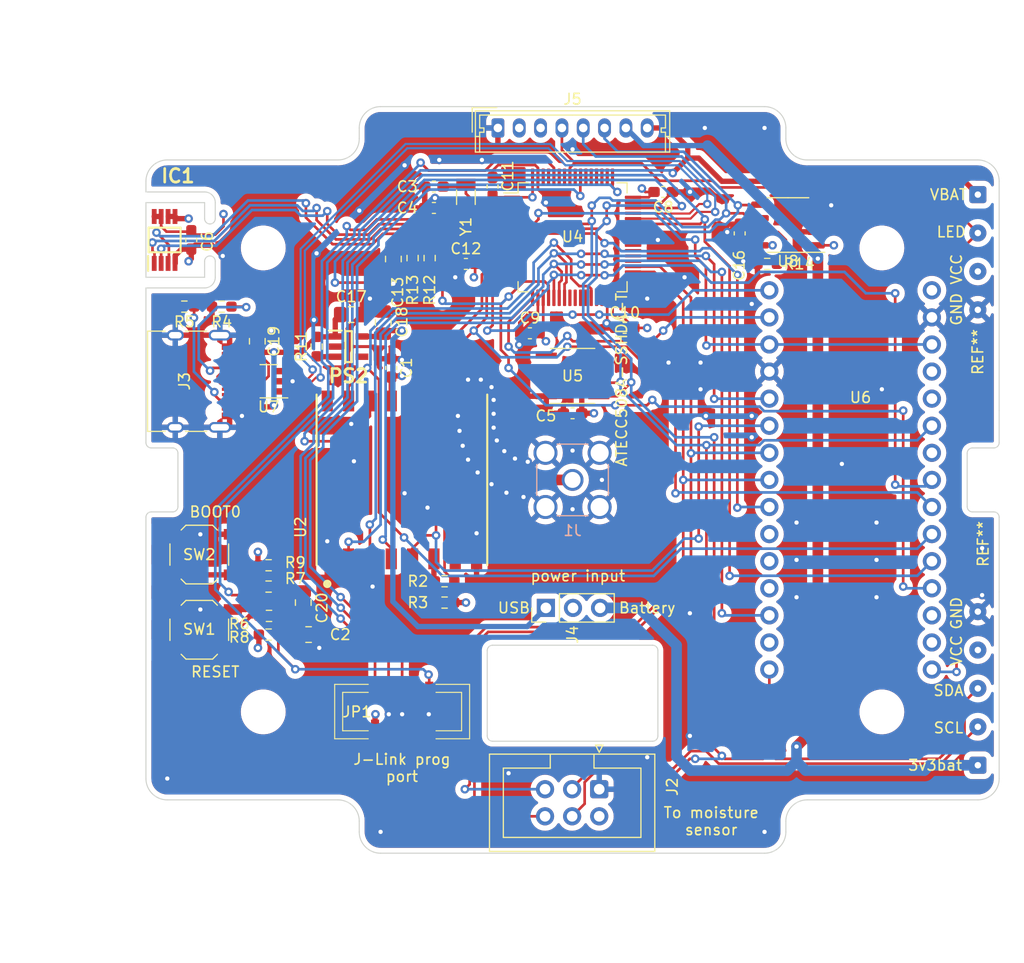
<source format=kicad_pcb>
(kicad_pcb (version 20211014) (generator pcbnew)
  (layers (0 "F.Cu" signal) (1 "In1.Cu" signal) (2 "In2.Cu" signal) (31 "B.Cu" signal) (34 "B.Paste" user) (35 "F.Paste" user) (36 "B.SilkS" user "B.Silkscreen") (37 "F.SilkS" user "F.Silkscreen") (38 "B.Mask" user) (39 "F.Mask" user) (44 "Edge.Cuts" user))
  (net 0 "")
  (net 1 "/IC2_MoistureSensor_SCL1")
  (net 2 "/IC2_MoistureSensor_SDA1")
  (net 3 "/LORA_DIO0")
  (net 4 "VCC")
  (net 5 "/LORA_DIO1")
  (net 6 "/Reset")
  (net 7 "GND")
  (net 8 "/D9")
  (net 9 "/SPI_LORA_NSS")
  (net 10 "Lora-Reset")
  (net 11 "/SPI_LORA_MOSI")
  (net 12 "/SPI_LORA_MISO")
  (net 13 "/SPI_LORA_SCK")
  (net 14 "/D0_TX")
  (net 15 "/D1_TX")
  (net 16 "/OSC32_IN")
  (net 17 "/OSC32_OUT")
  (net 18 "VBAT")
  (net 19 "/IC2_MoistureSensor_SCL2")
  (net 20 "/IC2_MoistureSensor_SDA2")
  (net 21 "Net-(R7-Pad1)")
  (net 22 "/SWDIO")
  (net 23 "/SWCLK")
  (net 24 "/SWO")
  (net 27 "/TempAlert")
  (net 28 "Net-(R2-Pad1)")
  (net 30 "Net-(J1-Pad1)")
  (net 34 "+5V")
  (net 35 "D+")
  (net 36 "Net-(J3-PadB5)")
  (net 38 "D-")
  (net 39 "Net-(J3-PadA5)")
  (net 41 "USB+")
  (net 42 "USB-")
  (net 47 "Net-(R6-Pad1)")
  (net 48 "Net-(PS2-Pad3)")
  (net 50 "/battery")
  (net 51 "/usb3v3")
  (net 52 "/boot0")
  (net 53 "/PA15")
  (net 54 "/bat_voltage")
  (net 63 "/LED")
  (net 92 "Net-(R14-Pad1)")
  (footprint "Capacitor_SMD:C_0805_2012Metric_Pad1.18x1.45mm_HandSolder" (layer "F.Cu") (at 79.44 85 90)
    (fp_text reference "C19")
    (fp_text value "100nF")
  )
  (footprint "Package_TO_SOT_SMD:SOT-23-6" (layer "F.Cu") (at 80.5 88.75 180)
    (fp_text reference "U7")
    (fp_text value "USBLC6-2SC6")
  )
  (footprint "Capacitor_SMD:C_0603_1608Metric_Pad1.08x0.95mm_HandSolder" (layer "F.Cu") (at 73.25 75.5 90)
    (fp_text reference "C6")
    (fp_text value "100nF")
  )
  (footprint "Capacitor_SMD:C_0603_1608Metric_Pad1.08x0.95mm_HandSolder" (layer "F.Cu") (at 117.5 71 180)
    (fp_text reference "C8")
    (fp_text value "100nF")
  )
  (footprint "Connector_IDC:IDC-Header_2x03_P2.54mm_Vertical" (layer "F.Cu") (at 111.5 127 -90)
    (fp_text reference "J2")
    (fp_text value "Conn_02x03_Odd_Even")
  )
  (footprint "Resistor_SMD:R_0603_1608Metric_Pad0.98x0.95mm_HandSolder" (layer "F.Cu") (at 80.5 112.5)
    (fp_text reference "R8")
    (fp_text value "100k")
  )
  (footprint "Resistor_SMD:R_0603_1608Metric_Pad0.98x0.95mm_HandSolder" (layer "F.Cu") (at 127.25 77.75 180)
    (fp_text reference "R14")
    (fp_text value "0R")
  )
  (footprint "Resistor_SMD:R_0603_1608Metric_Pad0.98x0.95mm_HandSolder" (layer "F.Cu") (at 80.5375 110.75)
    (fp_text reference "R6")
    (fp_text value "360R")
  )
  (footprint "20021521-00010T1LF:20021521-00010T1LF" (layer "F.Cu") (at 93.02 119.72)
    (fp_text reference "JP1")
    (fp_text value "20021521-00010T1LF")
  )
  (footprint "Connector_USB:USB_C_Receptacle_HRO_TYPE-C-31-M-12" (layer "F.Cu") (at 72.8 88.75 -90)
    (fp_text reference "J3")
    (fp_text value "USB_C_Receptacle_USB2.0")
  )
  (footprint "Resistor_SMD:R_0603_1608Metric_Pad0.98x0.95mm_HandSolder" (layer "F.Cu") (at 85 85.5 90)
    (fp_text reference "R11")
    (fp_text value "0R")
  )
  (footprint "Button_Switch_SMD:SW_SPST_TL3342" (layer "F.Cu") (at 74 105)
    (fp_text reference "SW2")
    (fp_text value "SW_Push")
  )
  (footprint "Resistor_SMD:R_0603_1608Metric_Pad0.98x0.95mm_HandSolder" (layer "F.Cu") (at 72.6025 81.75 180)
    (fp_text reference "R5")
    (fp_text value "5.1k")
  )
  (footprint "Crystal:Crystal_SMD_3215-2Pin_3.2x1.5mm" (layer "F.Cu") (at 99 71.5 90)
    (fp_text reference "Y1")
    (fp_text value "32.768")
  )
  (footprint "Module:ST-Nucleo-L432KC" (layer "F.Cu") (at 136 90.77)
    (fp_text reference "U6")
    (fp_text value "ST-Nucleo-L432KC")
  )
  (footprint "Button_Switch_SMD:SW_SPST_TL3342" (layer "F.Cu") (at 74 112.05)
    (fp_text reference "SW1")
    (fp_text value "SW_Push")
  )
  (footprint "TCN75AVUA713-VAO:SOP65P490X110-8N" (layer "F.Cu") (at 70.75 75.5 90)
    (fp_text reference "IC1")
    (fp_text value "TCN75AVUA713-VAO" hide)
  )
  (footprint "Resistor_SMD:R_0603_1608Metric_Pad0.98x0.95mm_HandSolder" (layer "F.Cu") (at 97 107.5)
    (fp_text reference "R2")
    (fp_text value "0R")
  )
  (footprint "Resistor_SMD:R_0603_1608Metric_Pad0.98x0.95mm_HandSolder" (layer "F.Cu") (at 97 109.5 180)
    (fp_text reference "R3")
    (fp_text value "100K")
  )
  (footprint "Connector_Wire:SolderWire-0.1sqmm_1x04_P3.6mm_D0.4mm_OD1mm" (layer "F.Cu") (at 147 71.25 -90)
    (fp_text reference "REF**")
    (fp_text value "SolderWire-0.1sqmm_1x04_P3.6mm_D0.4mm_OD1mm")
  )
  (footprint "ATECC508A:ATECC508A-SSHDA-T" (layer "F.Cu") (at 109 88.25)
    (fp_text reference "U5")
    (fp_text value "ATECC508A-SSHDA-T")
  )
  (footprint "MountingHole:MountingHole_3.2mm_M3" (layer "F.Cu") (at 80 119.75 90)
    (fp_text reference "REF2" hide)
    (fp_text value "MountingHole_3.2mm_M3" hide)
  )
  (footprint "Connector_PinHeader_2.54mm:PinHeader_1x03_P2.54mm_Vertical" (layer "F.Cu") (at 106.5 110 90)
    (fp_text reference "J4")
    (fp_text value "Conn_01x03_Male")
  )
  (footprint "Package_QFP:LQFP-64_10x10mm_P0.5mm" (layer "F.Cu") (at 109 75.25)
    (fp_text reference "U4")
    (fp_text value "STM32L476RGTx")
  )
  (footprint "MountingHole:MountingHole_3.2mm_M3" (layer "F.Cu") (at 138 119.75 90)
    (fp_text reference "REF4" hide)
    (fp_text value "MountingHole_3.2mm_M3" hide)
  )
  (footprint "Resistor_SMD:R_0603_1608Metric_Pad0.98x0.95mm_HandSolder" (layer "F.Cu") (at 80.5 108)
    (fp_text reference "R7")
    (fp_text value "360R")
  )
  (footprint "Capacitor_SMD:C_0603_1608Metric_Pad1.08x0.95mm_HandSolder" (layer "F.Cu") (at 105 84.25)
    (fp_text reference "C9")
    (fp_text value "100nF")
  )
  (footprint "Capacitor_SMD:C_0603_1608Metric_Pad1.08x0.95mm_HandSolder" (layer "F.Cu") (at 96 70.5 180)
    (fp_text reference "C3")
    (fp_text value "4pF")
  )
  (footprint "Capacitor_SMD:C_0805_2012Metric_Pad1.18x1.45mm_HandSolder" (layer "F.Cu") (at 92.2 77.2875 -90)
    (fp_text reference "C13")
    (fp_text value "100nF")
  )
  (footprint "Resistor_SMD:R_0603_1608Metric_Pad0.98x0.95mm_HandSolder" (layer "F.Cu") (at 94 77.2 -90)
    (fp_text reference "R13")
    (fp_text value "330k")
  )
  (footprint "Connector_Wire:SolderWire-0.1sqmm_1x05_P3.6mm_D0.4mm_OD1mm" (layer "F.Cu") (at 147 124.75 90)
    (fp_text reference "REF**")
    (fp_text value "SolderWire-0.1sqmm_1x05_P3.6mm_D0.4mm_OD1mm")
  )
  (footprint "Capacitor_SMD:C_0805_2012Metric_Pad1.18x1.45mm_HandSolder" (layer "F.Cu") (at 91.25 83.25 90)
    (fp_text reference "C18")
    (fp_text value "100nF")
  )
  (footprint "MountingHole:MountingHole_3.2mm_M3" (layer "F.Cu") (at 80 76.25 90)
    (fp_text reference "REF1" hide)
    (fp_text value "MountingHole_3.2mm_M3" hide)
  )
  (footprint "Resistor_SMD:R_0603_1608Metric_Pad0.98x0.95mm_HandSolder" (layer "F.Cu") (at 95.6 77.2 90)
    (fp_text reference "R12")
    (fp_text value "220k")
  )
  (footprint "Package_SO:SOP-8_3.9x4.9mm_P1.27mm" (layer "F.Cu") (at 129.2 74.1 180)
    (fp_text reference "U8")
    (fp_text value "24LC64-I_SN")
  )
  (footprint "Capacitor_SMD:C_0805_2012Metric_Pad1.18x1.45mm_HandSolder" (layer "F.Cu") (at 84.25 112.5)
    (fp_text reference "C2")
    (fp_text value "100nF")
  )
  (footprint "Capacitor_SMD:C_0603_1608Metric_Pad1.08x0.95mm_HandSolder" (layer "F.Cu") (at 96 72.5 180)
    (fp_text reference "C4")
    (fp_text value "4pF")
  )
  (footprint "Capacitor_SMD:C_0603_1608Metric_Pad1.08x0.95mm_HandSolder" (layer "F.Cu") (at 92 87.5 -90)
    (fp_text reference "C1")
    (fp_text value "100nF")
  )
  (footprint "MountingHole:MountingHole_3.2mm_M3" (layer "F.Cu") (at 138 76.25 90)
    (fp_text reference "REF3" hide)
    (fp_text value "MountingHole_3.2mm_M3" hide)
  )
  (footprint "Capacitor_SMD:C_0603_1608Metric_Pad1.08x0.95mm_HandSolder" (layer "F.Cu") (at 109 91.75)
    (fp_text reference "C5")
    (fp_text value "100nF")
  )
  (footprint "Capacitor_SMD:C_0805_2012Metric_Pad1.18x1.45mm_HandSolder" (layer "F.Cu") (at 88.25 82.5)
    (fp_text reference "C17")
    (fp_text value "100nF")
  )
  (footprint "Resistor_SMD:R_0603_1608Metric_Pad0.98x0.95mm_HandSolder" (layer "F.Cu") (at 76.1025 81.75 180)
    (fp_text reference "R4")
    (fp_text value "5.1k")
  )
  (footprint "Capacitor_SMD:C_0805_2012Metric_Pad1.18x1.45mm_HandSolder" (layer "F.Cu") (at 83.75 109.5 -90)
    (fp_text reference "C20")
    (fp_text value "100nF")
  )
  (footprint "Connector_Molex:Molex_Micro-Latch_53253-0870_1x08_P2.00mm_Vertical" (layer "F.Cu") (at 102 65)
    (fp_text reference "J5")
    (fp_text value "Conn_01x08")
  )
  (footprint "Capacitor_SMD:C_0603_1608Metric_Pad1.08x0.95mm_HandSolder" (layer "F.Cu") (at 113.8875 83.75)
    (fp_text reference "C10")
    (fp_text value "100nF")
  )
  (footprint "Resistor_SMD:R_0603_1608Metric_Pad0.98x0.95mm_HandSolder" (layer "F.Cu") (at 80.5 106)
    (fp_text reference "R9")
    (fp_text value "100k")
  )
  (footprint "RFM95W-868S2:XCVR_RFM95W-868S2" (layer "F.Cu") (at 93 98 90)
    (fp_text reference "U2")
    (fp_text value "RFM95W-868S2")
  )
  (footprint "Capacitor_SMD:C_0603_1608Metric_Pad1.08x0.95mm_HandSolder" (layer "F.Cu") (at 124.67 74.885 -90)
    (fp_text reference "C16")
    (fp_text value "100nF")
  )
  (footprint "S-1318B33:SOT95P275X130-5N" (layer "F.Cu") (at 88 85.5)
    (fp_text reference "PS2")
    (fp_text value "S-1318B33-M5T1U4" hide)
  )
  (footprint "Capacitor_SMD:C_0603_1608Metric_Pad1.08x0.95mm_HandSolder" (layer "F.Cu") (at 99 77.75)
    (fp_text reference "C12")
    (fp_text value "100nF")
  )
  (footprint "Capacitor_SMD:C_0603_1608Metric_Pad1.08x0.95mm_HandSolder" (layer "F.Cu") (at 101.5 70.5 -90)
    (fp_text reference "C11")
    (fp_text value "100nF")
  )
  (footprint "Connector_Coaxial:SMA_Amphenol_901-144_Vertical" (layer "B.Cu") (at 109 98)
    (fp_text reference "J1")
    (fp_text value "Conn_Coaxial")
  )
  (gr_line (start 117 122) (end 117 114) (layer "Edge.Cuts") (width 0.1))
  (gr_arc (start 91 133) (mid 89.585786 132.414214) (end 89 131) (layer "Edge.Cuts") (width 0.1))
  (gr_line (start 91 63) (end 127 63) (layer "Edge.Cuts") (width 0.1))
  (gr_arc (start 75.5 73.5) (mid 75 74) (end 74.5 73.5) (layer "Edge.Cuts") (width 0.1))
  (gr_line (start 69 71) (end 69 70) (layer "Edge.Cuts") (width 0.1))
  (gr_line (start 69.5 95) (end 71.5 95) (layer "Edge.Cuts") (width 0.1))
  (gr_arc (start 127 63) (mid 128.414214 63.585786) (end 129 65) (layer "Edge.Cuts") (width 0.1))
  (gr_line (start 74.5 72) (end 69 72) (layer "Edge.Cuts") (width 0.1))
  (gr_line (start 149 108.5) (end 149 101.5) (layer "Edge.Cuts") (width 0.1))
  (gr_line (start 74.5 80) (end 69 80) (layer "Edge.Cuts") (width 0.1))
  (gr_line (start 101.5 122.5) (end 116.5 122.5) (layer "Edge.Cuts") (width 0.1))
  (gr_line (start 146 95.5) (end 146 100.5) (layer "Edge.Cuts") (width 0.1))
  (gr_line (start 71 68) (end 74 68) (layer "Edge.Cuts") (width 0.1))
  (gr_arc (start 149 94.5) (mid 148.853553 94.853553) (end 148.5 95) (layer "Edge.Cuts") (width 0.1))
  (gr_line (start 148.5 95) (end 147 95) (layer "Edge.Cuts") (width 0.1))
  (gr_arc (start 117 122) (mid 116.853553 122.353553) (end 116.5 122.5) (layer "Edge.Cuts") (width 0.1))
  (gr_line (start 72 95.5) (end 72 100.5) (layer "Edge.Cuts") (width 0.1))
  (gr_arc (start 71.5 95) (mid 71.853553 95.146447) (end 72 95.5) (layer "Edge.Cuts") (width 0.1))
  (gr_line (start 131 68) (end 147 68) (layer "Edge.Cuts") (width 0.1))
  (gr_line (start 71.5 101) (end 69.5 101) (layer "Edge.Cuts") (width 0.1))
  (gr_arc (start 149 126) (mid 148.414214 127.414214) (end 147 128) (layer "Edge.Cuts") (width 0.1))
  (gr_arc (start 87 128) (mid 88.414214 128.585786) (end 89 130) (layer "Edge.Cuts") (width 0.1))
  (gr_line (start 74.5 79) (end 74.5 77.5) (layer "Edge.Cuts") (width 0.1))
  (gr_arc (start 69 101.5) (mid 69.146447 101.146447) (end 69.5 101) (layer "Edge.Cuts") (width 0.1))
  (gr_line (start 149 126) (end 149 121.5) (layer "Edge.Cuts") (width 0.1))
  (gr_line (start 69 101.5) (end 69 126) (layer "Edge.Cuts") (width 0.1))
  (gr_line (start 87 128) (end 71 128) (layer "Edge.Cuts") (width 0.1))
  (gr_arc (start 147 68) (mid 148.414214 68.585786) (end 149 70) (layer "Edge.Cuts") (width 0.1))
  (gr_line (start 147 128) (end 131 128) (layer "Edge.Cuts") (width 0.1))
  (gr_line (start 69 80) (end 69 94.5) (layer "Edge.Cuts") (width 0.1))
  (gr_arc (start 69 70) (mid 69.585786 68.585786) (end 71 68) (layer "Edge.Cuts") (width 0.1))
  (gr_arc (start 116.5 113.5) (mid 116.853553 113.646447) (end 117 114) (layer "Edge.Cuts") (width 0.1))
  (gr_arc (start 74.5 71) (mid 75.207107 71.292893) (end 75.5 72) (layer "Edge.Cuts") (width 0.1))
  (gr_arc (start 148.5 101) (mid 148.853553 101.146447) (end 149 101.5) (layer "Edge.Cuts") (width 0.1))
  (gr_line (start 116.5 113.5) (end 101.5 113.5) (layer "Edge.Cuts") (width 0.1))
  (gr_line (start 101 114) (end 101 122) (layer "Edge.Cuts") (width 0.1))
  (gr_arc (start 131 68) (mid 129.585786 67.414214) (end 129 66) (layer "Edge.Cuts") (width 0.1))
  (gr_arc (start 129 131) (mid 128.414214 132.414214) (end 127 133) (layer "Edge.Cuts") (width 0.1))
  (gr_line (start 129 130) (end 129 131) (layer "Edge.Cuts") (width 0.1))
  (gr_line (start 89 131) (end 89 130) (layer "Edge.Cuts") (width 0.1))
  (gr_arc (start 75.5 79) (mid 75.207107 79.707107) (end 74.5 80) (layer "Edge.Cuts") (width 0.1))
  (gr_arc (start 146 95.5) (mid 146.146447 95.146447) (end 146.5 95) (layer "Edge.Cuts") (width 0.1))
  (gr_line (start 149 121.5) (end 149 108.5) (layer "Edge.Cuts") (width 0.1))
  (gr_arc (start 146.5 101) (mid 146.146447 100.853553) (end 146 100.5) (layer "Edge.Cuts") (width 0.1))
  (gr_line (start 149 94.5) (end 149 91.5) (layer "Edge.Cuts") (width 0.1))
  (gr_line (start 149 78.5) (end 149 70) (layer "Edge.Cuts") (width 0.1))
  (gr_line (start 75.5 77.5) (end 75.5 79) (layer "Edge.Cuts") (width 0.1))
  (gr_line (start 146.5 101) (end 148.5 101) (layer "Edge.Cuts") (width 0.1))
  (gr_line (start 69 72) (end 69 79) (layer "Edge.Cuts") (width 0.1))
  (gr_arc (start 89 66) (mid 88.414214 67.414214) (end 87 68) (layer "Edge.Cuts") (width 0.1))
  (gr_arc (start 89 65) (mid 89.585786 63.585786) (end 91 63) (layer "Edge.Cuts") (width 0.1))
  (gr_line (start 89 66) (end 89 65) (layer "Edge.Cuts") (width 0.1))
  (gr_arc (start 74.5 77.5) (mid 75 77) (end 75.5 77.5) (layer "Edge.Cuts") (width 0.1))
  (gr_line (start 129 65) (end 129 66) (layer "Edge.Cuts") (width 0.1))
  (gr_line (start 127 133) (end 91 133) (layer "Edge.Cuts") (width 0.1))
  (gr_arc (start 101.5 122.5) (mid 101.146447 122.353553) (end 101 122) (layer "Edge.Cuts") (width 0.1))
  (gr_arc (start 72 100.5) (mid 71.853553 100.853553) (end 71.5 101) (layer "Edge.Cuts") (width 0.1))
  (gr_arc (start 71 128) (mid 69.585786 127.414214) (end 69 126) (layer "Edge.Cuts") (width 0.1))
  (gr_line (start 74 68) (end 87 68) (layer "Edge.Cuts") (width 0.1))
  (gr_arc (start 101 114) (mid 101.146447 113.646447) (end 101.5 113.5) (layer "Edge.Cuts") (width 0.1))
  (gr_arc (start 129 130) (mid 129.585786 128.585786) (end 131 128) (layer "Edge.Cuts") (width 0.1))
  (gr_line (start 74.5 73.5) (end 74.5 72) (layer "Edge.Cuts") (width 0.1))
  (gr_line (start 147 95) (end 146.5 95) (layer "Edge.Cuts") (width 0.1))
  (gr_line (start 69 79) (end 74.5 79) (layer "Edge.Cuts") (width 0.1))
  (gr_line (start 69 71) (end 74.5 71) (layer "Edge.Cuts") (width 0.1))
  (gr_arc (start 69.5 95) (mid 69.146447 94.853553) (end 69 94.5) (layer "Edge.Cuts") (width 0.1))
  (gr_line (start 149 91.5) (end 149 78.5) (layer "Edge.Cuts") (width 0.1))
  (gr_line (start 75.5 72) (end 75.5 73.5) (layer "Edge.Cuts") (width 0.1))
  (gr_text "Battery" (at 116 110) (layer "F.SilkS") (effects (font (size 1 1))))
  (gr_text "LED" (at 144.5 74.75) (layer "F.SilkS") (effects (font (size 1 1))))
  (gr_text "To moisture\nsensor" (at 122 130) (layer "F.SilkS") (effects (font (size 1 1))))
  (gr_text "VCC" (at 145 78.25 90) (layer "F.SilkS") (effects (font (size 1 1))))
  (gr_text "SDA" (at 144.25 117.75) (layer "F.SilkS") (effects (font (size 1 1))))
  (gr_text "GND" (at 145 110.5 90) (layer "F.SilkS") (effects (font (size 1 1))))
  (gr_text "RESET" (at 75.5 116) (layer "F.SilkS") (effects (font (size 1 1))))
  (gr_text "VCC" (at 145 114 90) (layer "F.SilkS") (effects (font (size 1 1))))
  (gr_text "J-Link prog\nport" (at 93 125) (layer "F.SilkS") (effects (font (size 1 1))))
  (gr_text "USB" (at 103.5 110) (layer "F.SilkS") (effects (font (size 1 1))))
  (gr_text "GND" (at 145 82 90) (layer "F.SilkS") (effects (font (size 1 1))))
  (gr_text "SCL" (at 144.25 121.25) (layer "F.SilkS") (effects (font (size 1 1))))
  (gr_text "power input" (at 109.5 107) (layer "F.SilkS") (effects (font (size 1 1))))
  (gr_text "VBAT" (at 144.25 71.25) (layer "F.SilkS") (effects (font (size 1 1))))
  (gr_text "3v3bat" (at 143 124.75) (layer "F.SilkS") (effects (font (size 1 1))))
  (gr_text "BOOT0" (at 75.5 101) (layer "F.SilkS") (effects (font (size 1 1))))
  (segment (start 110.8 72.2755) (end 110.8 73.7245) (width 0.25) (layer "F.Cu") (net 1))
  (segment (start 121.525875 123.425989) (end 121.551 123.451114) (width 0.25) (layer "F.Cu") (net 1))
  (segment (start 110.8 73.7245) (end 110.525009 73.999491) (width 0.25) (layer "F.Cu") (net 1))
  (segment (start 70.425 76.320355) (end 70.425 77.7) (width 0.25) (layer "F.Cu") (net 1))
  (segment (start 125.5 73.5) (end 126.5 73.5) (width 0.25) (layer "F.Cu") (net 1))
  (segment (start 98.659749 74.024031) (end 99.635718 75) (width 0.25) (layer "F.Cu") (net 1))
  (segment (start 105 75) (end 103.325 75) (width 0.25) (layer "F.Cu") (net 1))
  (segment (start 123.4 73) (end 125 73) (width 0.25) (layer "F.Cu") (net 1))
  (segment (start 143.55 124.6) (end 147 121.15) (width 0.25) (layer "F.Cu") (net 1))
  (segment (start 86 72.8) (end 86 74) (width 0.25) (layer "F.Cu") (net 1))
  (segment (start 110.794382 125.05048) (end 118.44952 125.05048) (width 0.25) (layer "F.Cu") (net 1))
  (segment (start 108.96 126.884862) (end 110.794382 125.05048) (width 0.25) (layer "F.Cu") (net 1))
  (segment (start 86 74) (end 87 75) (width 0.25) (layer "F.Cu") (net 1))
  (segment (start 110.525009 73.999491) (end 106.00051 73.999491) (width 0.25) (layer "F.Cu") (net 1))
  (segment (start 99.635718 75) (end 103.325 75) (width 0.25) (layer "F.Cu") (net 1))
  (segment (start 113.415 88.885) (end 111.4638 88.885) (width 0.25) (layer "F.Cu") (net 1))
  (segment (start 122.699886 124.6) (end 143.55 124.6) (width 0.25) (layer "F.Cu") (net 1))
  (segment (start 118.44952 125.05048) (end 120.074011 123.425989) (width 0.25) (layer "F.Cu") (net 1))
  (segment (start 113.5 88.8) (end 113.415 88.885) (width 0.25) (layer "F.Cu") (net 1))
  (segment (start 87 75) (end 89.864282 75) (width 0.25) (layer "F.Cu") (net 1))
  (segment (start 89.864282 75) (end 90.840251 74.024031) (width 0.25) (layer "F.Cu") (net 1))
  (segment (start 108.96 127) (end 108.96 126.884862) (width 0.25) (layer "F.Cu") (net 1))
  (segment (start 106.00051 73.999491) (end 105 75) (width 0.25) (layer "F.Cu") (net 1))
  (segment (start 70.424834 76.320189) (end 70.425 76.320355) (width 0.25) (layer "F.Cu") (net 1))
  (segment (start 125 73) (end 125.5 73.5) (width 0.25) (layer "F.Cu") (net 1))
  (segment (start 90.840251 74.024031) (end 98.659749 74.024031) (width 0.25) (layer "F.Cu") (net 1))
  (segment (start 121.551 123.451114) (end 121.551 94.7355) (width 0.25) (layer "F.Cu") (net 1))
  (segment (start 120.074011 123.425989) (end 121.525875 123.425989) (width 0.25) (layer "F.Cu") (net 1))
  (segment (start 121.551 123.451114) (end 122.699886 124.6) (width 0.25) (layer "F.Cu") (net 1))
  (via (at 70.424834 76.320189) (size 0.8) (drill 0.4) (layers "F.Cu" "B.Cu") (net 1))
  (via (at 110.8 72.2755) (size 0.8) (drill 0.4) (layers "F.Cu" "B.Cu") (net 1))
  (via (at 110.8 73.7245) (size 0.8) (drill 0.4) (layers "F.Cu" "B.Cu") (net 1))
  (via (at 113.5 88.8) (size 0.8) (drill 0.4) (layers "F.Cu" "B.Cu") (net 1))
  (via (at 86 72.8) (size 0.8) (drill 0.4) (layers "F.Cu" "B.Cu") (net 1))
  (via (at 121.551 94.7355) (size 0.8) (drill 0.4) (layers "F.Cu" "B.Cu") (net 1))
  (via (at 123.4 73) (size 0.8) (drill 0.4) (layers "F.Cu" "B.Cu") (net 1))
  (segment (start 119.295243 74.295243) (end 116.8 71.8) (width 0.25) (layer "B.Cu") (net 1))
  (segment (start 110 82.774614) (end 113.5 86.274614) (width 0.25) (layer "B.Cu") (net 1))
  (segment (start 111.175961 67.675961) (end 110 66.5) (width 0.25) (layer "B.Cu") (net 1))
  (segment (start 121.551 94.7355) (end 118.7355 94.7355) (width 0.25) (layer "B.Cu") (net 1))
  (segment (start 82.988218 72.69904) (end 83.513699 73.224522) (width 0.25) (layer "B.Cu") (net 1))
  (segment (start 119.227749 67.675961) (end 111.175961 67.675961) (width 0.25) (layer "B.Cu") (net 1))
  (segment (start 118.7355 94.7355) (end 113.5 89.5) (width 0.25) (layer "B.Cu") (net 1))
  (segment (start 126.51349 94.7355) (end 126.963501 94.285489) (width 0.25) (layer "B.Cu") (net 1))
  (segment (start 123.4 73) (end 122.804257 73.595743) (width 0.25) (layer "B.Cu") (net 1))
  (segment (start 110.8 73.7245) (end 110.8 78.836913) (width 0.25) (layer "B.Cu") (net 1))
  (segment (start 122.404257 73.595743) (end 121.704757 74.295243) (width 0.25) (layer "B.Cu") (net 1))
  (segment (start 110 79.636913) (end 110 82.774614) (width 0.25) (layer "B.Cu") (net 1))
  (segment (start 113.5 89.5) (end 113.5 88.8) (width 0.25) (layer "B.Cu") (net 1))
  (segment (start 112.749114 71.8) (end 112.500103 71.550989) (width 0.25) (layer "B.Cu") (net 1))
  (segment (start 78.936678 72.69904) (end 82.988218 72.69904) (width 0.25) (layer "B.Cu") (net 1))
  (segment (start 112.500103 71.550989) (end 111.524511 71.550989) (width 0.25) (layer "B.Cu") (net 1))
  (segment (start 70.424834 76.320189) (end 70.699814 76.045209) (width 0.25) (layer "B.Cu") (net 1))
  (segment (start 75.590508 76.045209) (end 78.936678 72.69904) (width 0.25) (layer "B.Cu") (net 1))
  (segment (start 110.8 78.836913) (end 110 79.636913) (width 0.25) (layer "B.Cu") (net 1))
  (segment (start 85.575478 73.224522) (end 86 72.8) (width 0.25) (layer "B.Cu") (net 1))
  (segment (start 141.324511 94.285489) (end 142.69 92.92) (width 0.25) (layer "B.Cu") (net 1))
  (segment (start 113.5 86.274614) (end 113.5 88.8) (width 0.25) (layer "B.Cu") (net 1))
  (segment (start 83.513699 73.224522) (end 85.575478 73.224522) (width 0.25) (layer "B.Cu") (net 1))
  (segment (start 122.804257 73.595743) (end 122.404257 73.595743) (width 0.25) (layer "B.Cu") (net 1))
  (segment (start 116.8 71.8) (end 112.749114 71.8) (width 0.25) (layer "B.Cu") (net 1))
  (segment (start 110 66.5) (end 110 65) (width 0.25) (layer "B.Cu") (net 1))
  (segment (start 121.704757 74.295243) (end 119.295243 74.295243) (width 0.25) (layer "B.Cu") (net 1))
  (segment (start 111.524511 71.550989) (end 110.8 72.2755) (width 0.25) (layer "B.Cu") (net 1))
  (segment (start 121.551 94.7355) (end 126.51349 94.7355) (width 0.25) (layer "B.Cu") (net 1))
  (segment (start 123.4 71.848212) (end 119.227749 67.675961) (width 0.25) (layer "B.Cu") (net 1))
  (segment (start 123.4 73) (end 123.4 71.848212) (width 0.25) (layer "B.Cu") (net 1))
  (segment (start 126.963501 94.285489) (end 141.324511 94.285489) (width 0.25) (layer "B.Cu") (net 1))
  (segment (start 70.699814 76.045209) (end 75.590508 76.045209) (width 0.25) (layer "B.Cu") (net 1))
  (segment (start 123 123.8755) (end 123.27498 124.15048) (width 0.25) (layer "F.Cu") (net 2))
  (segment (start 99.5 75.5) (end 103.325 75.5) (width 0.25) (layer "F.Cu") (net 2))
  (segment (start 122.2755 123.151) (end 123 123.8755) (width 0.25) (layer "F.Cu") (net 2))
  (segment (start 122.2755 94) (end 122.2755 123.151) (width 0.25) (layer "F.Cu") (net 2))
  (segment (start 127.45 115.78) (end 127.45 123.55) (width 0.25) (layer "F.Cu") (net 2))
  (segment (start 111.475489 74.449011) (end 106.186707 74.449011) (width 0.25) (layer "F.Cu") (net 2))
  (segment (start 105.135718 75.5) (end 103.325 75.5) (width 0.25) (layer "F.Cu") (net 2))
  (segment (start 110.98058 125.5) (end 110.134511 126.346069) (width 0.25) (layer "F.Cu") (net 2))
  (segment (start 143.34952 124.15048) (end 145.75 121.75) (width 0.25) (layer "F.Cu") (net 2))
  (segment (start 85 72.5) (end 85 73.635717) (width 0.25) (layer "F.Cu") (net 2))
  (segment (start 110.134511 126.346069) (end 110.134511 128.365489) (width 0.25) (layer "F.Cu") (net 2))
  (segment (start 126.84952 124.15048) (end 127.45 123.55) (width 0.25) (layer "F.Cu") (net 2))
  (segment (start 90.05048 75.44952) (end 91.026449 74.473551) (width 0.25) (layer "F.Cu") (net 2))
  (segment (start 124.52 72.23) (end 126.5 72.23) (width 0.25) (layer "F.Cu") (net 2))
  (segment (start 85 73.635717) (end 86.813803 75.44952) (width 0.25) (layer "F.Cu") (net 2))
  (segment (start 112.2 73.7245) (end 111.475489 74.449011) (width 0.25) (layer "F.Cu") (net 2))
  (segment (start 118.635718 125.5) (end 110.98058 125.5) (width 0.25) (layer "F.Cu") (net 2))
  (segment (start 112.2 73.7245) (end 112.2 72.2755) (width 0.25) (layer "F.Cu") (net 2))
  (segment (start 113.188738 90.155) (end 111.4638 90.155) (width 0.25) (layer "F.Cu") (net 2))
  (segment (start 124.5 72.25) (end 124.52 72.23) (width 0.25) (layer "F.Cu") (net 2))
  (segment (start 145.75 121.75) (end 145.75 118.8) (width 0.25) (layer "F.Cu") (net 2))
  (segment (start 106.186707 74.449011) (end 105.135718 75.5) (width 0.25) (layer "F.Cu") (net 2))
  (segment (start 69.612407 75.737981) (end 69.612407 76.532376) (width 0.25) (layer "F.Cu") (net 2))
  (segment (start 91.026449 74.473551) (end 98.473551 74.473551) (width 0.25) (layer "F.Cu") (net 2))
  (segment (start 123.27498 124.15048) (end 126.84952 124.15048) (width 0.25) (layer "F.Cu") (net 2))
  (segment (start 114.5 88.843738) (end 113.188738 90.155) (width 0.25) (layer "F.Cu") (net 2))
  (segment (start 69.612407 76.532376) (end 69.799943 76.719912) (width 0.25) (layer "F.Cu") (net 2))
  (segment (start 110.134511 128.365489) (end 108.96 129.54) (width 0.25) (layer "F.Cu") (net 2))
  (segment (start 127.45 123.55) (end 128.05048 124.15048) (width 0.25) (layer "F.Cu") (net 2))
  (segment (start 128.05048 124.15048) (end 143.34952 124.15048) (width 0.25) (layer "F.Cu") (net 2))
  (segment (start 120.5 124.1505) (end 119.985218 124.1505) (width 0.25) (layer "F.Cu") (net 2))
  (segment (start 69.799943 77.675057) (end 69.775 77.7) (width 0.25) (layer "F.Cu") (net 2))
  (segment (start 145.75 118.8) (end 147 117.55) (width 0.25) (layer "F.Cu") (net 2))
  (segment (start 119.985218 124.1505) (end 118.635718 125.5) (width 0.25) (layer "F.Cu") (net 2))
  (segment (start 86.813803 75.44952) (end 90.05048 75.44952) (width 0.25) (layer "F.Cu") (net 2))
  (segment (start 98.473551 74.473551) (end 99.5 75.5) (width 0.25) (layer "F.Cu") (net 2))
  (segment (start 69.799943 76.719912) (end 69.799943 77.675057) (width 0.25) (layer "F.Cu") (net 2))
  (via (at 114.5 88.843738) (size 0.8) (drill 0.4) (layers "F.Cu" "B.Cu") (net 2))
  (via (at 120.5 124.1505) (size 0.8) (drill 0.4) (layers "F.Cu" "B.Cu") (net 2))
  (via (at 112.2 72.2755) (size 0.8) (drill 0.4) (layers "F.Cu" "B.Cu") (net 2))
  (via (at 85 72.5) (size 0.8) (drill 0.4) (layers "F.Cu" "B.Cu") (net 2))
  (via (at 123 123.8755) (size 0.8) (drill 0.4) (layers "F.Cu" "B.Cu") (net 2))
  (via (at 122.2755 94) (size 0.8) (drill 0.4) (layers "F.Cu" "B.Cu") (net 2))
  (via (at 124.5 72.25) (size 0.8) (drill 0.4) (layers "F.Cu" "B.Cu") (net 2))
  (via (at 112.2 73.7245) (size 0.8) (drill 0.4) (layers "F.Cu" "B.Cu") (net 2))
  (via (at 69.612407 75.737981) (size 0.8) (drill 0.4) (layers "F.Cu" "B.Cu") (net 2))
  (segment (start 122.2755 94) (end 118.635718 94) (width 0.25) (layer "B.Cu") (net 2))
  (segment (start 116.639782 72.2755) (end 112.2 72.2755) (width 0.25) (layer "B.Cu") (net 2))
  (segment (start 120.5 124.1505) (end 122.725 124.1505) (width 0.25) (layer "B.Cu") (net 2))
  (segment (start 111.24952 79.023111) (end 110.44952 79.823111) (width 0.25) (layer "B.Cu") (net 2))
  (segment (start 122.590455 74.045263) (end 121.890954 74.744763) (width 0.25) (layer "B.Cu") (net 2))
  (segment (start 112.2 73.7245) (end 111.24952 74.67498) (width 0.25) (layer "B.Cu") (net 2))
  (segment (start 119.109045 74.744763) (end 116.639782 72.2755) (width 0.25) (layer "B.Cu") (net 2))
  (segment (start 124.437506 72.25) (end 119.413947 67.226441) (width 0.25) (layer "B.Cu") (net 2))
  (segment (start 69.612407 75.737981) (end 69.754699 75.595689) (width 0.25) (layer "B.Cu") (net 2))
  (segment (start 84.724998 72.775002) (end 85 72.5) (width 0.25) (layer "B.Cu") (net 2))
  (segment (start 83.174415 72.24952) (end 83.699897 72.775002) (width 0.25) (layer "B.Cu") (net 2))
  (segment (start 112 66) (end 112 65) (width 0.25) (layer "B.Cu") (net 2))
  (segment (start 124.5 72.25) (end 124.437506 72.25) (width 0.25) (layer "B.Cu") (net 2))
  (segment (start 121.890954 74.744763) (end 119.109045 74.744763) (width 0.25) (layer "B.Cu") (net 2))
  (segment (start 83.699897 72.775002) (end 84.724998 72.775002) (width 0.25) (layer "B.Cu") (net 2))
  (segment (start 113.226441 67.226441) (end 112 66) (width 0.25) (layer "B.Cu") (net 2))
  (segment (start 118.635718 94) (end 114.5 89.864282) (width 0.25) (layer "B.Cu") (net 2))
  (segment (start 111.24952 74.67498) (end 111.24952 79.023111) (width 0.25) (layer "B.Cu") (net 2))
  (segment (start 123.379351 74.045263) (end 122.590455 74.045263) (width 0.25) (layer "B.Cu") (net 2))
  (segment (start 114.5 86.638896) (end 114.5 88.843738) (width 0.25) (layer "B.Cu") (net 2))
  (segment (start 119.413947 67.226441) (end 113.226441 67.226441) (width 0.25) (layer "B.Cu") (net 2))
  (segment (start 75.404311 75.595689) (end 78.75048 72.24952) (width 0.25) (layer "B.Cu") (net 2))
  (segment (start 110.44952 79.823111) (end 110.44952 82.588416) (width 0.25) (layer "B.Cu") (net 2))
  (segment (start 124.5 72.924614) (end 123.379351 74.045263) (width 0.25) (layer "B.Cu") (net 2))
  (segment (start 69.754699 75.595689) (end 75.404311 75.595689) (width 0.25) (layer "B.Cu") (net 2))
  (segment (start 114.5 89.864282) (end 114.5 88.843738) (width 0.25) (layer "B.Cu") (net 2))
  (segment (start 124.5 72.25) (end 124.5 72.924614) (width 0.25) (layer "B.Cu") (net 2))
  (segment (start 78.75048 72.24952) (end 83.174415 72.24952) (width 0.25) (layer "B.Cu") (net 2))
  (segment (start 110.44952 82.588416) (end 114.5 86.638896) (width 0.25) (layer "B.Cu") (net 2))
  (segment (start 122.725 124.1505) (end 123 123.8755) (width 0.25) (layer "B.Cu") (net 2))
  (segment (start 87.649606 94.375008) (end 90 92.024614) (width 0.25) (layer "F.Cu") (net 3))
  (segment (start 121.4 73.570732) (end 120.970732 74) (width 0.25) (layer "F.Cu") (net 3))
  (segment (start 120.970732 74) (end 114.675 74) (width 0.25) (layer "F.Cu") (net 3))
  (segment (start 83.875008 94.375008) (end 87.649606 94.375008) (width 0.25) (layer "F.Cu") (net 3))
  (segment (start 121.4 75.65) (end 123.7245 77.9745) (width 0.25) (layer "F.Cu") (net 3))
  (segment (start 121.4 73.570732) (end 121.4 75.65) (width 0.25) (layer "F.Cu") (net 3))
  (segment (start 90 92.024614) (end 90 90.6) (width 0.25) (layer "F.Cu") (net 3))
  (segment (start 123.7245 77.9745) (end 123.7245 107) (width 0.25) (layer "F.Cu") (net 3))
  (via (at 83.875008 94.375008) (size 0.8) (drill 0.4) (layers "F.Cu" "B.Cu") (net 3))
  (via (at 121.4 73.570732) (size 0.8) (drill 0.4) (layers "F.Cu" "B.Cu") (net 3))
  (via (at 123.7245 107) (size 0.8) (drill 0.4) (layers "F.Cu" "B.Cu") (net 3))
  (segment (start 123.739011 106.985489) (end 123.7245 107) (width 0.25) (layer "B.Cu") (net 3))
  (segment (start 117.426929 69.426929) (end 94.915918 69.426929) (width 0.25) (layer "B.Cu") (net 3))
  (segment (start 87.44952 77.436198) (end 87.44952 90.071916) (width 0.25) (layer "B.Cu") (net 3))
  (segment (start 87.44952 90.071916) (end 83.875008 93.646428) (width 0.25) (layer "B.Cu") (net 3))
  (segment (start 141.324511 106.985489) (end 127.514511 106.985489) (width 0.25) (layer "B.Cu") (net 3))
  (segment (start 89.44952 74.893327) (end 89.44952 75.436198) (width 0.25) (layer "B.Cu") (net 3))
  (segment (start 94.915918 69.426929) (end 89.44952 74.893327) (width 0.25) (layer "B.Cu") (net 3))
  (segment (start 89.44952 75.436198) (end 87.44952 77.436198) (width 0.25) (layer "B.Cu") (net 3))
  (segment (start 142.69 105.62) (end 141.324511 106.985489) (width 0.25) (layer "B.Cu") (net 3))
  (segment (start 121.4 73.570732) (end 121.4 73.4) (width 0.25) (layer "B.Cu") (net 3))
  (segment (start 127.514511 106.985489) (end 123.739011 106.985489) (width 0.25) (layer "B.Cu") (net 3))
  (segment (start 83.875008 93.646428) (end 83.875008 94.375008) (width 0.25) (layer "B.Cu") (net 3))
  (segment (start 121.4 73.4) (end 117.426929 69.426929) (width 0.25) (layer "B.Cu") (net 3))
  (segment (start 116.1375 71.5) (end 116.6375 71) (width 0.25) (layer "F.Cu") (net 4))
  (segment (start 90.48 121.5) (end 90.48 120.01) (width 0.5) (layer "F.Cu") (net 4))
  (segment (start 105.8625 84.25) (end 106.25 83.8625) (width 0.25) (layer "F.Cu") (net 4))
  (segment (start 101.6375 71.5) (end 101.5 71.3625) (width 0.25) (layer "F.Cu") (net 4))
  (segment (start 114.75 83.75) (end 113.75 82.75) (width 0.25) (layer "F.Cu") (net 4))
  (segment (start 109.8625 91.75) (end 109.8625 87.047278) (width 0.5) (layer "F.Cu") (net 4))
  (segment (start 73.162989 74.724511) (end 73.25 74.6375) (width 0.25) (layer "F.Cu") (net 4))
  (segment (start 115.5 70.67402) (end 115.82598 71) (width 0.25) (layer "F.Cu") (net 4))
  (segment (start 99.75 79) (end 99.8625 78.8875) (width 0.25) (layer "F.Cu") (net 4))
  (segment (start 76.269841 73.069841) (end 76.269841 74.230159) (width 0.25) (layer "F.Cu") (net 4))
  (segment (start 100.1125 77.5) (end 103.325 77.5) (width 0.25) (layer "F.Cu") (net 4))
  (segment (start 131.825 76.005) (end 133.495 76.005) (width 0.25) (layer "F.Cu") (net 4))
  (segment (start 109.8625 87.047278) (end 110.564778 86.345) (width 0.5) (layer "F.Cu") (net 4))
  (segment (start 69.775 73.3) (end 70.400489 73.3) (width 0.5) (layer "F.Cu") (net 4))
  (segment (start 93 88.25) (end 92.1125 88.25) (width 0.5) (layer "F.Cu") (net 4))
  (segment (start 106.25 83.8625) (end 106.25 80.925) (width 0.25) (layer "F.Cu") (net 4))
  (segment (start 127.71 76.04) (end 126.5 76.04) (width 0.25) (layer "F.Cu") (net 4))
  (segment (start 79.5875 112.5) (end 79.5875 113.6625) (width 0.5) (layer "F.Cu") (net 4))
  (segment (start 75.5 75) (end 73.6125 75) (width 0.25) (layer "F.Cu") (net 4))
  (segment (start 133.495 76.005) (end 133.5 76) (width 0.25) (layer "F.Cu") (net 4))
  (segment (start 99.8625 77.75) (end 100.1125 77.5) (width 0.25) (layer "F.Cu") (net 4))
  (segment (start 113 82.75) (end 112.75 82.5) (width 0.25) (layer "F.Cu") (net 4))
  (segment (start 70.425 73.3) (end 70.425 74.224022) (width 0.25) (layer "F.Cu") (net 4))
  (segment (start 113.75 82.75) (end 113 82.75) (width 0.25) (layer "F.Cu") (net 4))
  (segment (start 127.75 76) (end 127.71 76.04) (width 0.25) (layer "F.Cu") (net 4))
  (segment (start 105.8625 84.25) (end 105.8625 84.3625) (width 0.25) (layer "F.Cu") (net 4))
  (segment (start 90.48 120.01) (end 90.52 119.97) (width 0.5) (layer "F.Cu") (net 4))
  (segment (start 112.75 82.5) (end 112.75 80.925) (width 0.25) (layer "F.Cu") (net 4))
  (segment (start 126.5 76.04) (end 124.9625 76.04) (width 0.25) (layer "F.Cu") (net 4))
  (segment (start 99.8625 78.8875) (end 99.8625 77.75) (width 0.25) (layer "F.Cu") (net 4))
  (segment (start 114.675 71.5) (end 116.1375 71.5) (width 0.25) (layer "F.Cu") (net 4))
  (segment (start 105.237701 71.5) (end 103.325 71.5) (width 0.25) (layer "F.Cu") (net 4))
  (segment (start 92.1125 88.25) (end 92 88.3625) (width 0.5) (layer "F.Cu") (net 4))
  (segment (start 70.925489 74.724511) (end 73.162989 74.724511) (width 0.25) (layer "F.Cu") (net 4))
  (segment (start 124.9625 76.04) (end 124.67 75.7475) (width 0.25) (layer "F.Cu") (net 4))
  (segment (start 76.269841 74.230159) (end 75.5 75) (width 0.25) (layer "F.Cu") (net 4))
  (segment (start 105.25 71.487701) (end 105.25 69.575) (width 0.25) (layer "F.Cu") (net 4))
  (segment (start 97.9125 109.5) (end 99 109.5) (width 0.5) (layer "F.Cu") (net 4))
  (segment (start 103.325 71.5) (end 101.6375 71.5) (width 0.25) (layer "F.Cu") (net 4))
  (segment (start 105.8625 84.3625) (end 106.5 85) (width 0.25) (layer "F.Cu") (net 4))
  (segment (start 109.8625 91.75) (end 111 91.75) (width 0.5) (layer "F.Cu") (net 4))
  (segment (start 115.82598 71) (end 116.6375 71) (width 0.25) (layer "F.Cu") (net 4))
  (segment (start 92 88.3625) (end 92 90.6) (width 0.5) (layer "F.Cu") (net 4))
  (segment (start 114.75 83.75) (end 116 83.75) (width 0.25) (layer "F.Cu") (net 4))
  (segment (start 105.237701 71.5) (end 105.25 71.487701) (width 0.25) (layer "F.Cu") (net 4))
  (segment (start 70.425 74.224022) (end 70.925489 74.724511) (width 0.25) (layer "F.Cu") (net 4))
  (segment (start 110.564778 86.345) (end 111.4638 86.345) (width 0.5) (layer "F.Cu") (net 4))
  (segment (start 73.6125 75) (end 73.25 74.6375) (width 0.25) (layer "F.Cu") (net 4))
  (segment (start 79.5875 113.6625) (end 79.5 113.75) (width 0.5) (layer "F.Cu") (net 4))
  (segment (start 79.5 106) (end 79.5 104.75) (width 0.5) (layer "F.Cu") (net 4))
  (via (at 111 91.75) (size 0.8) (drill 0.4) (layers "F.Cu" "B.Cu") (net 4))
  (via (at 127.75 76) (size 0.8) (drill 0.4) (layers "F.Cu" "B.Cu") (net 4))
  (via (at 93 88.25) (size 0.8) (drill 0.4) (layers "F.Cu" "B.Cu") (net 4))
  (via (at 76.269841 73.069841) (size 0.8) (drill 0.4) (layers "F.Cu" "B.Cu") (net 4))
  (via (at 90.52 119.97) (size 0.8) (drill 0.4) (layers "F.Cu" "B.Cu") (net 4))
  (via (at 133.5 76) (size 0.8) (drill 0.4) (layers "F.Cu" "B.Cu") (net 4))
  (via (at 106.5 85) (size 0.8) (drill 0.4) (layers "F.Cu" "B.Cu") (net 4))
  (via (at 79.5 113.75) (size 0.8) (drill 0.4) (layers "F.Cu" "B.Cu") (net 4))
  (via (at 79.5 104.75) (size 0.8) (drill 0.4) (layers "F.Cu" "B.Cu") (net 4))
  (via (at 105.237701 71.5) (size 0.8) (drill 0.4) (layers "F.Cu" "B.Cu") (net 4))
  (via (at 116 83.75) (size 0.8) (drill 0.4) (layers "F.Cu" "B.Cu") (net 4))
  (via (at 115.5 70.67402) (size 0.8) (drill 0.4) (layers "F.Cu" "B.Cu") (net 4))
  (via (at 99 109.5) (size 0.8) (drill 0.4) (layers "F.Cu" "B.Cu") (net 4))
  (via (at 99.75 79) (size 0.8) (drill 0.4) (layers "F.Cu" "B.Cu") (net 4))
  (segment (start 109.62548 79.82548) (end 108.873551 79.073551) (width 0.25) (layer "F.Cu") (net 5))
  (segment (start 90.849511 88.599511) (end 89.75 87.5) (width 0.25) (layer "F.Cu") (net 5))
  (segment (start 89.75 87.5) (end 88 89.25) (width 0.25) (layer "F.Cu") (net 5))
  (segment (start 88 89.25) (end 88 90.6) (width 0.25) (layer "F.Cu") (net 5))
  (segment (start 107.274117 75.75) (end 107.25 75.75) (width 0.25) (layer "F.Cu") (net 5))
  (segment (start 110.75 80.925) (end 110.75 80.082916) (width 0.25) (layer "F.Cu") (net 5))
  (segment (start 110.75 80.082916) (end 110.492564 79.82548) (width 0.25) (layer "F.Cu") (net 5))
  (segment (start 110.492564 79.82548) (end 109.62548 79.82548) (width 0.25) (layer "F.Cu") (net 5))
  (segment (start 93.2 103.4) (end 90.849511 101.049511) (width 0.25) (layer "F.Cu") (net 5))
  (segment (start 108.873551 79.073551) (end 108.873551 77.349434) (width 0.25) (layer "F.Cu") (net 5))
  (segment (start 108.873551 77.349434) (end 107.274117 75.75) (width 0.25) (layer "F.Cu") (net 5))
  (segment (start 90.849511 101.049511) (end 90.849511 88.599511) (width 0.25) (layer "F.Cu") (net 5))
  (via (at 93.2 103.4) (size 0.8) (drill 0.4) (layers "F.Cu" "B.Cu") (net 5))
  (via (at 89.75 87.5) (size 0.8) (drill 0.4) (layers "F.Cu" "B.Cu") (net 5))
  (via (at 107.25 75.75) (size 0.8) (drill 0.4) (layers "F.Cu" "B.Cu") (net 5))
  (segment (start 89.75 87.5) (end 90.05048 87.19952) (width 0.25) (layer "B.Cu") (net 5))
  (segment (start 102.915917 81.926929) (end 105.35096 79.491886) (width 0.25) (layer "B.Cu") (net 5))
  (segment (start 105.35096 77.624923) (end 107.225883 75.75) (width 0.25) (layer "B.Cu") (net 5))
  (segment (start 90.05048 87.19952) (end 90.05048 84.017753) (width 0.25) (layer "B.Cu") (net 5))
  (segment (start 92.141304 81.926929) (end 102.915917 81.926929) (width 0.25) (layer "B.Cu") (net 5))
  (segment (start 142.69 103.08) (end 141.324511 104.445489) (width 0.25) (layer "B.Cu") (net 5))
  (segment (start 119.165615 104.445489) (end 116.611104 107) (width 0.25) (layer "B.Cu") (net 5))
  (segment (start 141.324511 104.445489) (end 119.165615 104.445489) (width 0.25) (layer "B.Cu") (net 5))
  (segment (start 105.35096 79.491886) (end 105.35096 77.624923) (width 0.25) (layer "B.Cu") (net 5))
  (segment (start 96.8 107) (end 93.2 103.4) (width 0.25) (layer "B.Cu") (net 5))
  (segment (start 107.225883 75.75) (end 107.25 75.75) (width 0.25) (layer "B.Cu") (net 5))
  (segment (start 116.611104 107) (end 96.8 107) (width 0.25) (layer "B.Cu") (net 5))
  (segment (start 90.05048 84.017753) (end 92.141304 81.926929) (width 0.25) (layer "B.Cu") (net 5))
  (segment (start 87.82598 74.2) (end 88.17646 74.55048) (width 0.25) (layer "F.Cu") (net 6))
  (segment (start 90.654054 73.574511) (end 98.845947 73.574511) (width 0.25) (layer "F.Cu") (net 6))
  (segment (start 121.5 85.349) (end 121.5 78.024614) (width 0.25) (layer "F.Cu") (net 6))
  (segment (start 81.4125 112.5) (end 81.4125 110.7875) (width 0.5) (layer "F.Cu") (net 6))
  (segment (start 99.771436 74.5) (end 103.325 74.5) (width 0.25) (layer "F.Cu") (net 6))
  (segment (start 88.17646 74.55048) (end 89.678084 74.55048) (width 0.25) (layer "F.Cu") (net 6))
  (segment (start 104.864283 74.5) (end 103.325 74.5) (width 0.25) (layer "F.Cu") (net 6))
  (segment (start 83.2125 112.5) (end 81.4125 112.5) (width 0.5) (layer "F.Cu") (net 6))
  (segment (start 89.678084 74.55048) (end 90.654054 73.574511) (width 0.25) (layer "F.Cu") (net 6))
  (segment (start 81.4125 110.7875) (end 81.45 110.75) (width 0.5) (layer "F.Cu") (net 6))
  (segment (start 95.5 116.25) (end 95.56 116.31) (width 0.25) (layer "F.Cu") (net 6))
  (segment (start 99.109269 73.837834) (end 99.771436 74.5) (width 0.25) (layer "F.Cu") (net 6))
  (segment (start 121.551 85.4) (end 121.5 85.349) (width 0.25) (layer "F.Cu") (net 6))
  (segment (start 81.4125 114.1625) (end 81.4125 112.5) (width 0.25) (layer "F.Cu") (net 6))
  (segment (start 83 115.75) (end 81.4125 114.1625) (width 0.25) (layer "F.Cu") (net 6))
  (segment (start 105.8 73.564284) (end 104.864283 74.5) (width 0.25) (layer "F.Cu") (net 6))
  (segment (start 120.5 77.024614) (end 120.5 75.469263) (width 0.25) (layer "F.Cu") (net 6))
  (segment (start 95.56 116.31) (end 95.56 117.94) (width 0.25) (layer "F.Cu") (net 6))
  (segment (start 98.845947 73.574511) (end 99.109269 73.837834) (width 0.25) (layer "F.Cu") (net 6))
  (segment (start 121.5 78.024614) (end 120.5 77.024614) (width 0.25) (layer "F.Cu") (net 6))
  (segment (start 105.8 72.975) (end 105.8 73.564284) (width 0.25) (layer "F.Cu") (net 6))
  (via (at 120.5 75.469263) (size 0.8) (drill 0.4) (layers "F.Cu" "B.Cu") (net 6))
  (via (at 105.8 72.975) (size 0.8) (drill 0.4) (layers "F.Cu" "B.Cu") (net 6))
  (via (at 95.5 116.25) (size 0.8) (drill 0.4) (layers "F.Cu" "B.Cu") (net 6))
  (via (at 87.82598 74.2) (size 0.8) (drill 0.4) (layers "F.Cu" "B.Cu") (net 6))
  (via (at 83 115.75) (size 0.8) (drill 0.4) (layers "F.Cu" "B.Cu") (net 6))
  (via (at 121.551 85.4) (size 0.8) (drill 0.4) (layers "F.Cu" "B.Cu") (net 6))
  (segment (start 116.728564 73) (end 105.825 73) (width 0.25) (layer "B.Cu") (net 6))
  (segment (start 119.197827 75.469263) (end 116.728564 73) (width 0.25) (layer "B.Cu") (net 6))
  (segment (start 83 115.75) (end 95 115.75) (width 0.25) (layer "B.Cu") (net 6))
  (segment (start 85.5 77.478565) (end 85.5 86.934879) (width 0.25) (layer "B.Cu") (net 6))
  (segment (start 87.82598 74.2) (end 87.82598 75.152585) (width 0.25) (layer "B.Cu") (net 6))
  (segment (start 142.69 85.3) (end 127.45 85.3) (width 0.25) (layer "B.Cu") (net 6))
  (segment (start 82.975386 115.75) (end 83 115.75) (width 0.25) (layer "B.Cu") (net 6))
  (segment (start 87.82598 75.152585) (end 85.5 77.478565) (width 0.25) (layer "B.Cu") (net 6))
  (segment (start 85.5 86.934879) (end 86.095743 87.530622) (width 0.25) (layer "B.Cu") (net 6))
  (segment (start 86.095743 87.530622) (end 86.095743 90.154257) (width 0.25) (layer "B.Cu") (net 6))
  (segment (start 121.651 85.3) (end 127.45 85.3) (width 0.25) (layer "B.Cu") (net 6))
  (segment (start 105.825 73) (end 105.8 72.975) (width 0.25) (layer "B.Cu") (net 6))
  (segment (start 86.095743 90.154257) (end 75.5 100.75) (width 0.25) (layer "B.Cu") (net 6))
  (segment (start 95 115.75) (end 95.5 116.25) (width 0.25) (layer "B.Cu") (net 6))
  (segment (start 121.551 85.4) (end 121.651 85.3) (width 0.25) (layer "B.Cu") (net 6))
  (segment (start 75.5 108.274614) (end 82.975386 115.75) (width 0.25) (layer "B.Cu") (net 6))
  (segment (start 75.5 100.75) (end 75.5 108.274614) (width 0.25) (layer "B.Cu") (net 6))
  (segment (start 120.5 75.469263) (end 119.197827 75.469263) (width 0.25) (layer "B.Cu") (net 6))
  (segment (start 106.5 72) (end 106.5 71.5) (width 0.25) (layer "F.Cu") (net 7))
  (segment (start 98.1375 77.75) (end 98.1375 78.8625) (width 0.25) (layer "F.Cu") (net 7))
  (segment (start 91.75 121.5) (end 91.75 119.99) (width 0.25) (layer "F.Cu") (net 7))
  (segment (start 104.1375 84.1125) (end 105.75 82.5) (width 0.25) (layer "F.Cu") (net 7))
  (segment (start 95.1375 70.5) (end 95.1375 72.5) (width 0.5) (layer "F.Cu") (net 7))
  (segment (start 86 105.4) (end 86 103.75) (width 0.5) (layer "F.Cu") (net 7))
  (segment (start 89.2875 82.5) (end 90.9625 82.5) (width 0.5) (layer "F.Cu") (net 7))
  (segment (start 95.1375 72.5) (end 95.164473 72.5) (width 0.5) (layer "F.Cu") (net 7))
  (segment (start 80.7125 83.9625) (end 80.75 84) (width 0.5) (layer "F.Cu") (net 7))
  (segment (start 70.85 110.15) (end 74.1 110.15) (width 0.5) (layer "F.Cu") (net 7))
  (segment (start 78.67452 109.82548) (end 78.35 110.15) (width 0.5) (layer "F.Cu") (net 7))
  (segment (start 88 85) (end 88 83.7875) (width 0.5) (layer "F.Cu") (net 7))
  (segment (start 84.2875 110.5375) (end 85.2875 111.5375) (width 0.5) (layer "F.Cu") (net 7))
  (segment (start 70.85 103.1) (end 74.1 103.1) (width 0.5) (layer "F.Cu") (net 7))
  (segment (start 105.492564 68.47548) (end 102.02452 68.47548) (width 0.25) (layer "F.Cu") (net 7))
  (segment (start 73.25 77.25) (end 73 77.5) (width 0.5) (layer "F.Cu") (net 7))
  (segment (start 88 83.7875) (end 89.2875 82.5) (width 0.5) (layer "F.Cu") (net 7))
  (segment (start 74.1 103.1) (end 77.15 103.1) (width 0.5) (layer "F.Cu") (net 7))
  (segment (start 131.84 72.23) (end 133.23 72.23) (width 0.25) (layer "F.Cu") (net 7))
  (segment (start 93.02 121.5) (end 93.02 119.97) (width 0.25) (layer "F.Cu") (net 7))
  (segment (start 105.75 69.575) (end 105.75 68.732916) (width 0.25) (layer "F.Cu") (net 7))
  (segment (start 85.2875 111.5375) (end 85.2875 112.5) (width 0.5) (layer "F.Cu") (net 7))
  (segment (start 71.749511 76.949511) (end 71.749511 77.7) (width 0.5) (layer "F.Cu") (net 7))
  (segment (start 74.1 110.15) (end 77.15 110.15) (width 0.5) (layer "F.Cu") (net 7))
  (segment (start 112.192851 83.307149) (end 112.582149 83.307149) (width 0.25) (layer "F.Cu") (net 7))
  (segment (start 125.25 77.75) (end 125 77.5) (width 0.25) (layer "F.Cu") (net 7))
  (segment (start 95.56 121.5) (end 95.56 120.01) (width 0.25) (layer "F.Cu") (net 7))
  (segment (start 100.94952 77) (end 103.325 77) (width 0.25) (layer "F.Cu") (net 7))
  (segment (start 104.1375 84.25) (end 104.1375 84.1125) (width 0.25) (layer "F.Cu") (net 7))
  (segment (start 98.1375 77.75) (end 98.93702 76.95048) (width 0.25) (layer "F.Cu") (net 7))
  (segment (start 104 85.32598) (end 104 84.3875) (width 0.25) (layer "F.Cu") (net 7))
  (segment (start 124.23848 74.0225) (end 123.501605 74.759375) (width 0.25) (layer "F.Cu") (net 7))
  (segment (start 124.67 74.0225) (end 124.23848 74.0225) (width 0.25) (layer "F.Cu") (net 7))
  (segment (start 126.3375 77.75) (end 125.25 77.75) (width 0.25) (layer "F.Cu") (net 7))
  (segment (start 91.75 119.99) (end 91.77 119.97) (width 0.25) (layer "F.Cu") (net 7))
  (segment (start 98.93702 76.95048) (end 100.9 76.95048) (width 0.25) (layer "F.Cu") (net 7))
  (segment (start 92 86.6375) (end 92.8875 86.6375) (width 0.5) (layer "F.Cu") (net 7))
  (segment (start 85.2875 113.7125) (end 85.25 113.75) (width 0.5) (layer "F.Cu") (net 7))
  (segment (start 81.6375 88.75) (end 82.75 88.75) (width 0.5) (layer "F.Cu") (net 7))
  (segment (start 118.3625 71) (end 120 71) (width 0.25) (layer "F.Cu") (net 7))
  (segment (start 75.2 76) (end 73.6125 76) (width 0.5) (layer "F.Cu") (net 7))
  (segment (start 72.336522 76.3625) (end 71.749511 76.949511) (width 0.5) (layer "F.Cu") (net 7))
  (segment (start 89.2875 81.7125) (end 89.2875 82.5) (width 0.5) (layer "F.Cu") (net 7))
  (segment (start 92.8875 86.6375) (end 93 86.75) (width 0.5) (layer "F.Cu") (net 7))
  (segment (start 98.1375 78.8625) (end 98 79) (width 0.25) (layer "F.Cu") (net 7))
  (segment (start 100 105.4) (end 100 103) (width 0.5) (layer "F.Cu") (net 7))
  (segment (start 85.2875 112.5) (end 85.2875 113.7125) (width 0.5) (layer "F.Cu") (net 7))
  (segment (start 105.75 70.75) (end 105.75 69.575) (width 0.25) (layer "F.Cu") (net 7))
  (segment (start 73.25 76.3625) (end 72.336522 76.3625) (width 0.5) (layer "F.Cu") (net 7))
  (segment (start 112.582149 83.307149) (end 113.025 83.75) (width 0.25) (layer "F.Cu") (net 7))
  (segment (start 113.025 83.75) (end 112.25 82.975) (width 0.25) (layer "F.Cu") (net 7))
  (segment (start 86.75 85.5) (end 87.5 85.5) (width 0.5) (layer "F.Cu") (net 7))
  (segment (start 90 81) (end 89.2875 81.7125) (width 0.5) (layer "F.Cu") (net 7))
  (segment (start 133.23 72.23) (end 133.25 72.25) (width 0.25) (layer "F.Cu") (net 7))
  (segment (start 92.2 78.325) (end 92.2 79.6) (width 0.25) (layer "F.Cu") (net 7))
  (segment (start 98 91.75) (end 98 90.6) (width 0.5) (layer "F.Cu") (net 7))
  (segment (start 106.5 71.5) (end 105.75 70.75) (width 0.25) (layer "F.Cu") (net 7))
  (segment (start 120 71) (end 120.012299 70.987701) (width 0.25) (layer "F.Cu") (net 7))
  (segment (start 131.825 72.195) (end 131.825 74.735) (width 0.25) (layer "F.Cu") (net 7))
  (segment (start 73.25 76.3625) (end 73.25 77.25) (width 0.5) (layer "F.Cu") (net 7))
  (segment (start 87.5 85.5) (end 88 85) (width 0.5) (layer "F.Cu") (net 7))
  (segment (start 92.525 78) (end 92.2 78.325) (width 0.25) (layer "F.Cu") (net 7))
  (segment (start 114.675 72) (end 117.3625 72) (width 0.25) (layer "F.Cu") (net 7))
  (segment (start 83.75 110.5375) (end 84.2875 110.5375) (width 0.5) (layer "F.Cu") (net 7))
  (segment (start 98.25 92) (end 98 91.75) (width 0.5) (layer "F.Cu") (net 7))
  (segment (start 95.56 120.01) (end 95.52 119.97) (width 0.25) (layer "F.Cu") (net 7))
  (segment (start 104 84.3875) (end 104.1375 84.25) (width 0.25) (layer "F.Cu") (net 7))
  (segment (start 76.735 85.5) (end 77.75 85.5) (width 0.5) (layer "F.Cu") (net 7))
  (segment (start 117.3625 72) (end 118.3625 71) (width 0.25) (layer "F.Cu") (net 7))
  (segment (start 95.164473 72.5) (end 96.098774 71.565699) (width 0.5) (layer "F.Cu") (net 7))
  (segment (start 102.02452 68.47548) (end 101.5 69) (width 0.25) (layer "F.Cu") (net 7))
  (segment (start 112.25 82.975) (end 112.25 80.925) (width 0.25) (layer "F.Cu") (net 7))
  (segment (start 76.845 92) (end 78 92) (width 0.5) (layer "F.Cu") (net 7))
  (segment (start 73.6125 76) (end 73.25 76.3625) (width 0.5) (layer "F.Cu") (net 7))
  (segment (start 94 78) (end 92.525 78) (width 0.25) (layer "F.Cu") (net 7))
  (segment (start 77.75 85.5) (end 79.2875 83.9625) (width 0.5) (layer "F.Cu") (net 7))
  (segment (start 101.5 69) (end 101.5 69.6375) (width 0.25) (layer "F.Cu") (net 7))
  (segment (start 79.44 83.9625) (end 80.7125 83.9625) (width 0.5) (layer "F.Cu") (net 7))
  (segment (start 83.03798 109.82548) (end 78.67452 109.82548) (width 0.5) (layer "F.Cu") (net 7))
  (segment (start 83.75 110.5375) (end 83.03798 109.82548) (width 0.5) (layer "F.Cu") (net 7))
  (segment (start 71.925 73.5) (end 71.725 73.3) (width 0.5) (layer "F.Cu") (net 7))
  (segment (start 105.75 68.732916) (end 105.492564 68.47548) (width 0.25) (layer "F.Cu") (net 7))
  (segment (start 71.725 73.3) (end 71.100009 73.3) (width 0.5) (layer "F.Cu") (net 7))
  (segment (start 76.2 77) (end 75.2 76) (width 0.5) (layer "F.Cu") (net 7))
  (segment (start 73 73.5) (end 71.925 73.5) (width 0.5) (layer "F.Cu") (net 7))
  (segment (start 78.35 110.15) (end 77.15 110.15) (width 0.5) (layer "F.Cu") (net 7))
  (segment (start 105.75 82.5) (end 105.75 80.925) (width 0.25) (layer "F.Cu") (net 7))
  (segment (start 100.9 76.95048) (end 100.94952 77) (width 0.25) (layer "F.Cu") (net 7))
  (segment (start 79.2875 83.9625) (end 79.44 83.9625) (width 0.5) (layer "F.Cu") (net 7))
  (via (at 138 89.5) (size 0.8) (drill 0.4) (layers "F.Cu" "B.Cu") (net 7))
  (via (at 89 72.75) (size 0.8) (drill 0.4) (layers "F.Cu" "B.Cu") (net 7))
  (via (at 101.6 91.8) (size 0.8) (drill 0.4) (layers "F.Cu" "B.Cu") (net 7))
  (via (at 86 103.75) (size 0.8) (drill 0.4) (layers "F.Cu" "B.Cu") (net 7))
  (via (at 121.4 65) (size 0.8) (drill 0.4) (layers "F.Cu" "B.Cu") (net 7))
  (via (at 125 77.5) (size 0.8) (drill 0.4) (layers "F.Cu" "B.Cu") (net 7))
  (via (at 90.25 108) (size 0.8) (drill 0.4) (layers "F.Cu" "B.Cu") (net 7))
  (via (at 101.9 94.3) (size 0.8) (drill 0.4) (layers "F.Cu" "B.Cu") (net 7))
  (via (at 121 87) (size 0.8) (drill 0.4) (layers "F.Cu" "B.Cu") (net 7))
  (via (at 98.4 93.4) (size 0.8) (drill 0.4) (layers "F.Cu" "B.Cu") (net 7))
  (via (at 73 73.5) (size 0.8) (drill 0.4) (layers "F.Cu" "B.Cu") (net 7))
  (via (at 103.6 96) (size 0.8) (drill 0.4) (layers "F.Cu" "B.Cu") (net 7))
  (via (at 101.6 93.1) (size 0.8) (drill 0.4) (layers "F.Cu" "B.Cu") (net 7))
  (via (at 101.6 90.5) (size 0.8) (drill 0.4) (layers "F.Cu" "B.Cu") (net 7))
  (via (at 73 77.5) (size 0.8) (drill 0.4) (layers "F.Cu" "B.Cu") (net 7))
  (via (at 121 89.5) (size 0.8) (drill 0.4) (layers "F.Cu" "B.Cu") (net 7))
  (via (at 134.25 96.5) (size 0.8) (drill 0.4) (layers "F.Cu" "B.Cu") (net 7))
  (via (at 147.4 108.8) (size 0.8) (drill 0.4) (layers "F.Cu" "B.Cu") (net 7))
  (via (at 92.2 79.6) (size 0.8) (drill 0.4) (layers "F.Cu" "B.Cu") (net 7))
  (via (at 125.8 81.5) (size 0.8) (drill 0.4) (layers "F.Cu" "B.Cu") (net 7))
  (via (at 119.5 79) (size 0.8) (drill 0.4) (layers "F.Cu" "B.Cu") (net 7))
  (via (at 82.75 88.75) (size 0.8) (drill 0.4) (layers "F.Cu" "B.Cu") (net 7))
  (via (at 71 126) (size 0.8) (drill 0.4) (layers "F.Cu" "B.Cu") (net 7))
  (via (at 80.75 84) (size 0.8) (drill 0.4) (layers "F.Cu" "B.Cu") (net 7))
  (via (at 78 92) (size 0.8) (drill 0.4) (layers "F.Cu" "B.Cu") (net 7))
  (via (at 100.5 68) (size 0.8) (drill 0.4) (layers "F.Cu" "B.Cu") (net 7))
  (via (at 127 131) (size 0.8) (drill 0.4) (layers "F.Cu" "B.Cu") (net 7))
  (via (at 90 81) (size 0.8) (drill 0.4) (layers "F.Cu" "B.Cu") (net 7))
  (via (at 88.25 92.75) (size 0.8) (drill 0.4) (layers "F.Cu" "B.Cu") (net 7))
  (via (at 121.5 92) (size 0.8) (drill 0.4) (layers "F.Cu" "B.Cu") (net 7))
  (via (at 117 75.5) (size 0.8) (drill 0.4) (layers "F.Cu" "B.Cu") (net 7))
  (via (at 120.012299 70.987701) (size 0.8) (drill 0.4) (layers "F.Cu" "B.Cu") (net 7))
  (via (at 102.6 95.3) (size 0.8) (drill 0.4) (layers "F.Cu" "B.Cu") (net 7))
  (via (at 111.75 98) (size 0.8) (drill 0.4) (layers "F.Cu" "B.Cu") (net 7))
  (via (at 99.2 88.6) (size 0.8) (drill 0.4) (layers "F.Cu" "B.Cu") (net 7))
  (via (at 88.5 96.25) (size 0.8) (drill 0.4) (layers "F.Cu" "B.Cu") (net 7))
  (via (at 100 103) (size 0.8) (drill 0.4) (layers "F.Cu" "B.Cu") (net 7))
  (via (at 116 124) (size 0.8) (drill 0.4) (layers "F.Cu" "B.Cu") (net 7))
  (via (at 98.7 94.8) (size 0.8) (drill 0.4) (layers "F.Cu" "B.Cu") (net 7))
  (via (at 84.75 83) (size 0.8) (drill 0.4) (layers "F.Cu" "B.Cu") (net 7))
  (via (at 127 65) (size 0.8) (drill 0.4) (layers "F.Cu" "B.Cu") (net 7))
  (via (at 85 76.75) (size 0.8) (drill 0.4) (layers "F.Cu" "B.Cu") (net 7))
  (via (at 99.2 96.1) (size 0.8) (drill 0.4) (layers "F.Cu" "B.Cu") (net 7))
  (via (at 93.02 119.97) (size 0.8) (drill 0.4) (layers "F.Cu" "B.Cu") (net 7))
  (via (at 104 85.32598) (size 0.8) (drill 0.4) (layers "F.Cu" "B.Cu") (net 7))
  (via (at 109 95.25) (size 0.8) (drill 0.4) (layers "F.Cu" "B.Cu") (net 7))
  (via (at 133.25 72.25) (size 0.8) (drill 0.4) (layers "F.Cu" "B.Cu") (net 7))
  (via (at 130 109) (size 0.8) (drill 0.4) (layers "F.Cu" "B.Cu") (net 7))
  (via (at 98.25 92) (size 0.8) (drill 0.4) (layers "F.Cu" "B.Cu") (net 7))
  (via (at 109 100.75) (size 0.8) (drill 0.4) (layers "F.Cu" "B.Cu") (net 7))
  (via (at 106.5 72) (size 0.8) (drill 0.4) (layers "F.Cu" "B.Cu") (net 7))
  (via (at 102.8 99.2) (size 0.8) (drill 0.4) (layers "F.Cu" "B.Cu") (net 7))
  (via (at 74.1 103.1) (size 0.8) (drill 0.4) (layers "F.Cu" "B.Cu") (net 7))
  (via (at 125.8 92) (size 0.8) (drill 0.4) (layers "F.Cu" "B.Cu") (net 7))
  (via (at 104.8 96.3) (size 0.8) (drill 0.4) (layers "F.Cu" "B.Cu") (net 7))
  (via (at 74.1 110.15) (size 0.8) (drill 0.4) (layers "F.Cu" "B.Cu") (net 7))
  (via (at 125.8 94) (size 0.8) (drill 0.4) (layers "F.Cu" "B.Cu") (net 7))
  (via (at 95.52 119.97) (size 0.8) (drill 0.4) (layers "F.Cu" "B.Cu") (net 7))
  (via (at 95.4 100.6) (size 0.8) (drill 0.4) (layers "F.Cu" "B.Cu") (net 7))
  (via (at 137.5 102) (size 0.8) (drill 0.4) (layers "F.Cu" "B.Cu") (net 7))
  (via (at 96.098774 71.565699) (size 0.8) (drill 0.4) (layers "F.Cu" "B.Cu") (net 7))
  (via (at 130 102) (size 0.8) (drill 0.4) (layers "F.Cu" "B.Cu") (net 7))
  (via (at 109 67) (size 0.8) (drill 0.4) (layers "F.Cu" "B.Cu") (net 7))
  (via (at 100.1 97.3) (size 0.8) (drill 0.4) (layers "F.Cu" "B.Cu") (net 7))
  (via (at 147.4 104.4) (size 0.8) (drill 0.4) (layers "F.Cu" "B.Cu") (net 7))
  (via (at 96.5 68) (size 0.8) (drill 0.4) (layers "F.Cu" "B.Cu") (net 7))
  (via (at 137.5 105.5) (size 0.8) (drill 0.4) (layers "F.Cu" "B.Cu") (net 7))
  (via (at 112.192851 83.307149) (size 0.8) (drill 0.4) (layers "F.Cu" "B.Cu") (net 7))
  (via (at 104.4 99.6) (size 0.8) (drill 0.4) (layers "F.Cu" "B.Cu") (net 7))
  (via (at 120 110.5) (size 0.8) (drill 0.4) (layers "F.Cu" "B.Cu") (net 7))
  (via (at 123.501605 74.759375) (size 0.8) (drill 0.4) (layers "F.Cu" "B.Cu") (net 7))
  (via (at 101.4 89.3) (size 0.8) (drill 0.4) (layers "F.Cu" "B.Cu") (net 7))
  (via (at 116 81) (size 0.8) (drill 0.4) (layers "F.Cu" "B.Cu") (net 7))
  (via (at 93.25 99.25) (size 0.8) (drill 0.4) (layers "F.Cu" "B.Cu") (net 7))
  (via (at 101.4 98.4) (size 0.8) (drill 0.4) (layers "F.Cu" "B.Cu") (net 7))
  (via (at 91 131) (size 0.8) (drill 0.4) (layers "F.Cu" "B.Cu") (net 7))
  (via (at 85.25 113.75) (size 0.8) (drill 0.4) (layers "F.Cu" "B.Cu") (net 7))
  (via (at 137.5 109) (size 0.8) (drill 0.4) (layers "F.Cu" "B.Cu") (net 7))
  (via (at 100.4 88.6) (size 0.8) (drill 0.4) (layers "F.Cu" "B.Cu") (net 7))
  (via (at 93 86.75) (size 0.8) (drill 0.4) (layers "F.Cu" "B.Cu") (net 7))
  (via (at 118 87) (size 0.8) (drill 0.4) (layers "F.Cu" "B.Cu") (net 7))
  (via (at 76.2 77) (size 0.8) (drill 0.4) (layers "F.Cu" "B.Cu") (net 7))
  (via (at 93.25 68.5) (size 0.8) (drill 0.4) (layers "F.Cu" "B.Cu") (net 7))
  (via (at 91.77 119.97) (size 0.8) (drill 0.4) (layers "F.Cu" "B.Cu") (net 7))
  (via (at 98 79) (size 0.8) (drill 0.4) (layers "F.Cu" "B.Cu") (net 7))
  (via (at 130 105.5) (size 0.8) (drill 0.4) (layers "F.Cu" "B.Cu") (net 7))
  (via (at 120 122) (size 0.8) (drill 0.4) (layers "F.Cu" "B.Cu") (net 7))
  (via (at 103 125.5) (size 0.8) (drill 0.4) (layers "F.Cu" "B.Cu") (net 7))
  (segment (start 94 104.4) (end 94 105.4) (width 0.25) (layer "F.Cu") (net 9))
  (segment (start 103.325 78) (end 101.25 78) (width 0.25) (layer "F.Cu") (net 9))
  (segment (start 95.150489 87.300489) (end 95.150489 91.899511) (width 0.25) (layer "F.Cu") (net 9))
  (segment (start 100.5 78.75) (end 100.5 81.950978) (width 0.25) (layer "F.Cu") (net 9))
  (segment (start 95.150489 91.899511) (end 96.2 92.949022) (width 0.25) (layer "F.Cu") (net 9))
  (segment (start 101.25 78) (end 100.5 78.75) (width 0.25) (layer "F.Cu") (net 9))
  (segment (start 95.2 103.2) (end 94 104.4) (width 0.25) (layer "F.Cu") (net 9))
  (segment (start 96.2 103.2) (end 95.2 103.2) (width 0.25) (layer "F.Cu") (net 9))
  (segment (start 120.8265 93) (end 120.8265 103.500497) (width 0.25) (layer "F.Cu") (net 9))
  (segment (start 96.2 92.949022) (end 96.2 103.2) (width 0.25) (layer "F.Cu") (net 9))
  (segment (start 100.5 81.950978) (end 95.150489 87.300489) (width 0.25) (layer "F.Cu") (net 9))
  (via (at 120.8265 93) (size 0.8) (drill 0.4) (layers "F.Cu" "B.Cu") (net 9))
  (via (at 120.8265 103.500497) (size 0.8) (drill 0.4) (layers "F.Cu" "B.Cu") (net 9))
  (via (at 96.2 103.2) (size 0.8) (drill 0.4) (layers "F.Cu" "B.Cu") (net 9))
  (segment (start 119.474889 103.500497) (end 120.8265 103.500497) (width 0.25) (layer "B.Cu") (net 9))
  (segment (start 96.2 105.7) (end 97 106.5) (width 0.25) (layer "B.Cu") (net 9))
  (segment (start 96.2 103.2) (end 96.2 105.7) (width 0.25) (layer "B.Cu") (net 9))
  (segment (start 120.9065 92.92) (end 127.45 92.92) (width 0.25) (layer "B.Cu") (net 9))
  (segment (start 116.475386 106.5) (end 119.474889 103.500497) (width 0.25) (layer "B.Cu") (net 9))
  (segment (start 120.8265 93) (end 120.9065 92.92) (width 0.25) (layer "B.Cu") (net 9))
  (segment (start 97 106.5) (end 116.475386 106.5) (width 0.25) (layer "B.Cu") (net 9))
  (segment (start 101.6 78.5) (end 103.325 78.5) (width 0.25) (layer "F.Cu") (net 10))
  (segment (start 99.737788 83.999989) (end 97 86.737777) (width 0.25) (layer "F.Cu") (net 10))
  (segment (start 97 106.5875) (end 97.9125 107.5) (width 0.25) (layer "F.Cu") (net 10))
  (segment (start 114.061511 85.512299) (end 108.512299 85.512299) (width 0.25) (layer "F.Cu") (net 10))
  (segment (start 97 86.737777) (end 97 106.5875) (width 0.25) (layer "F.Cu") (net 10))
  (segment (start 99.737788 83.999989) (end 100.94952 82.788257) (width 0.25) (layer "F.Cu") (net 10))
  (segment (start 100.94952 79.15048) (end 101.6 78.5) (width 0.25) (layer "F.Cu") (net 10))
  (segment (start 118.653 90.103788) (end 114.061511 85.512299) (width 0.25) (layer "F.Cu") (net 10))
  (segment (start 100.94952 82.788257) (end 100.94952 79.15048) (width 0.25) (layer "F.Cu") (net 10))
  (segment (start 118.653 99.25) (end 118.653 90.103788) (width 0.25) (layer "F.Cu") (net 10))
  (via (at 99.737788 83.999989) (size 0.8) (drill 0.4) (layers "F.Cu" "B.Cu") (net 10))
  (via (at 108.512299 85.512299) (size 0.8) (drill 0.4) (layers "F.Cu" "B.Cu") (net 10))
  (via (at 118.653 99.25) (size 0.8) (drill 0.4) (layers "F.Cu" "B.Cu") (net 10))
  (segment (start 118.653 99.25) (end 118.728489 99.174511) (width 0.25) (layer "B.Cu") (net 10))
  (segment (start 118.728489 99.174511) (end 141.324511 99.174511) (width 0.25) (layer "B.Cu") (net 10))
  (segment (start 107.524598 86.5) (end 102.237799 86.5) (width 0.25) (layer "B.Cu") (net 10))
  (segment (start 108.512299 85.512299) (end 107.524598 86.5) (width 0.25) (layer "B.Cu") (net 10))
  (segment (start 102.237799 86.5) (end 99.737788 83.999989) (width 0.25) (layer "B.Cu") (net 10))
  (segment (start 141.324511 99.174511) (end 142.69 100.54) (width 0.25) (layer "B.Cu") (net 10))
  (segment (start 121.5 77) (end 122.2755 77.7755) (width 0.25) (layer "F.Cu") (net 11))
  (segment (start 107.500497 76.750497) (end 107.25 76.750497) (width 0.25) (layer "F.Cu") (net 11))
  (segment (start 112 76.800497) (end 109.800497 76.800497) (width 0.25) (layer "F.Cu") (net 11))
  (segment (start 108.424031 77.674031) (end 107.500497 76.750497) (width 0.25) (layer "F.Cu") (net 11))
  (segment (start 108.25 79.635718) (end 108.424031 79.461687) (width 0.25) (layer "F.Cu") (net 11))
  (segment (start 90 102.2) (end 90 105.4) (width 0.25) (layer "F.Cu") (net 11))
  (segment (start 108.25 80.925) (end 108.25 79.635718) (width 0.25) (layer "F.Cu") (net 11))
  (segment (start 108.424031 79.461687) (end 108.424031 77.674031) (width 0.25) (layer "F.Cu") (net 11))
  (segment (start 89.987701 102.187701) (end 90 102.2) (width 0.25) (layer "F.Cu") (net 11))
  (segment (start 122.2755 77.7755) (end 122.2755 90.4) (width 0.25) (layer "F.Cu") (net 11))
  (segment (start 109.800497 76.800497) (end 109.8 76.8) (width 0.25) (layer "F.Cu") (net 11))
  (via (at 112 76.800497) (size 0.8) (drill 0.4) (layers "F.Cu" "B.Cu") (net 11))
  (via (at 121.5 77) (size 0.8) (drill 0.4) (layers "F.Cu" "B.Cu") (net 11))
  (via (at 107.25 76.750497) (size 0.8) (drill 0.4) (layers "F.Cu" "B.Cu") (net 11))
  (via (at 109.8 76.8) (size 0.8) (drill 0.4) (layers "F.Cu" "B.Cu") (net 11))
  (via (at 89.987701 102.187701) (size 0.8) (drill 0.4) (layers "F.Cu" "B.Cu") (net 11))
  (via (at 122.2755 90.4) (size 0.8) (drill 0.4) (layers "F.Cu" "B.Cu") (net 11))
  (segment (start 90.5 84.203951) (end 92.327502 82.376449) (width 0.25) (layer "B.Cu") (net 11))
  (segment (start 112.199503 77) (end 121.5 77) (width 0.25) (layer "B.Cu") (net 11))
  (segment (start 103.102115 82.376449) (end 105.80048 79.678084) (width 0.25) (layer "B.Cu") (net 11))
  (segment (start 107.224889 76.750497) (end 107.25 76.750497) (width 0.25) (layer "B.Cu") (net 11))
  (segment (start 89.987701 102.187701) (end 90.55048 101.624922) (width 0.25) (layer "B.Cu") (net 11))
  (segment (start 92.327502 82.376449) (end 103.102115 82.376449) (width 0.25) (layer "B.Cu") (net 11))
  (segment (start 90.55048 89.936198) (end 90.5 89.885718) (width 0.25) (layer "B.Cu") (net 11))
  (segment (start 105.80048 78.174906) (end 107.224889 76.750497) (width 0.25) (layer "B.Cu") (net 11))
  (segment (start 105.80048 79.678084) (end 105.80048 78.174906) (width 0.25) (layer "B.Cu") (net 11))
  (segment (start 122.2955 90.38) (end 127.45 90.38) (width 0.25) (layer "B.Cu") (net 11))
  (segment (start 109.8 76.8) (end 107.299503 76.8) (width 0.25) (layer "B.Cu") (net 11))
  (segment (start 112 76.800497) (end 112.199503 77) (width 0.25) (layer "B.Cu") (net 11))
  (segment (start 122.2755 90.4) (end 122.2955 90.38) (width 0.25) (layer "B.Cu") (net 11))
  (segment (start 90.55048 101.624922) (end 90.55048 89.936198) (width 0.25) (layer "B.Cu") (net 11))
  (segment (start 107.299503 76.8) (end 107.25 76.750497) (width 0.25) (layer "B.Cu") (net 11))
  (segment (start 90.5 89.885718) (end 90.5 84.203951) (width 0.25) (layer "B.Cu") (net 11))
  (segment (start 107.974511 78.474511) (end 107.974511 79.275489) (width 0.25) (layer "F.Cu") (net 12))
  (segment (start 123 78.5) (end 123 110.5) (width 0.25) (layer "F.Cu") (net 12))
  (segment (start 107.75 79.5) (end 107.75 80.925) (width 0.25) (layer "F.Cu") (net 12))
  (segment (start 107.974511 79.275489) (end 107.75 79.5) (width 0.25) (layer "F.Cu") (net 12))
  (segment (start 112 77.8) (end 109.8 77.8) (width 0.25) (layer "F.Cu") (net 12))
  (segment (start 107.25 77.75) (end 107.974511 78.474511) (width 0.25) (layer "F.Cu") (net 12))
  (segment (start 88 103.8) (end 88 105.4) (width 0.25) (layer "F.Cu") (net 12))
  (via (at 107.25 77.75) (size 0.8) (drill 0.4) (layers "F.Cu" "B.Cu") (net 12))
  (via (at 123 110.5) (size 0.8) (drill 0.4) (layers "F.Cu" "B.Cu") (net 12))
  (via (at 109.8 77.8) (size 0.8) (drill 0.4) (layers "F.Cu" "B.Cu") (net 12))
  (via (at 88 103.8) (size 0.8) (drill 0.4) (layers "F.Cu" "B.Cu") (net 12))
  (via (at 123 78.5) (size 0.8) (drill 0.4) (layers "F.Cu" "B.Cu") (net 12))
  (via (at 112 77.8) (size 0.8) (drill 0.4) (layers "F.Cu" "B.Cu") (net 12))
  (segment (start 92.5137 82.825969) (end 103.288313 82.825969) (width 0.25) (layer "B.Cu") (net 12))
  (segment (start 113.175591 77.44952) (end 120.924906 77.44952) (width 0.25) (layer "B.Cu") (net 12))
  (segment (start 112.825111 77.8) (end 113.175591 77.44952) (width 0.25) (layer "B.Cu") (net 12))
  (segment (start 123 110.5) (end 123.2 110.7) (width 0.25) (layer "B.Cu") (net 12))
  (segment (start 91 102.2) (end 91 84.339669) (width 0.25) (layer "B.Cu") (net 12))
  (segment (start 112 77.8) (end 112.825111 77.8) (width 0.25) (layer "B.Cu") (net 12))
  (segment (start 88 103.8) (end 89.4 103.8) (width 0.25) (layer "B.Cu") (net 12))
  (segment (start 103.288313 82.825969) (end 106.25 79.864282) (width 0.25) (layer "B.Cu") (net 12))
  (segment (start 123.2 110.7) (end 127.45 110.7) (width 0.25) (layer "B.Cu") (net 12))
  (segment (start 109.8 77.8) (end 109.75 77.75) (width 0.25) (layer "B.Cu") (net 12))
  (segment (start 89.4 103.8) (end 91 102.2) (width 0.25) (layer "B.Cu") (net 12))
  (segment (start 91 84.339669) (end 92.5137 82.825969) (width 0.25) (layer "B.Cu") (net 12))
  (segment (start 106.25 78.75) (end 107.25 77.75) (width 0.25) (layer "B.Cu") (net 12))
  (segment (start 106.25 79.864282) (end 106.25 78.75) (width 0.25) (layer "B.Cu") (net 12))
  (segment (start 121.975386 78.5) (end 123 78.5) (width 0.25) (layer "B.Cu") (net 12))
  (segment (start 109.75 77.75) (end 107.25 77.75) (width 0.25) (layer "B.Cu") (net 12))
  (segment (start 120.924906 77.44952) (end 121.975386 78.5) (width 0.25) (layer "B.Cu") (net 12))
  (segment (start 139.25 80.5) (end 139.25 98.450011) (width 0.25) (layer "F.Cu") (net 13))
  (segment (start 91.2 103.6) (end 92 104.4) (width 0.25) (layer "F.Cu") (net 13))
  (segment (start 112 78.812051) (end 111.987949 78.8) (width 0.25) (layer "F.Cu") (net 13))
  (segment (start 92 104.4) (end 92 105.4) (width 0.25) (layer "F.Cu") (net 13))
  (segment (start 111.987949 78.8) (end 109.812299 78.8) (width 0.25) (layer "F.Cu") (net 13))
  (segment (start 107.25 80.925) (end 107.25 78.774599) (width 0.25) (layer "F.Cu") (net 13))
  (via (at 107.25 78.774599) (size 0.8) (drill 0.4) (layers "F.Cu" "B.Cu") (net 13))
  (via (at 91.2 103.6) (size 0.8) (drill 0.4) (layers "F.Cu" "B.Cu") (net 13))
  (via (at 139.25 80.5) (size 0.8) (drill 0.4) (layers "F.Cu" "B.Cu") (net 13))
  (via (at 109.812299 78.8) (size 0.8) (drill 0.4) (layers "F.Cu" "B.Cu") (net 13))
  (via (at 139.25 98.450011) (size 0.8) (drill 0.4) (layers "F.Cu" "B.Cu") (net 13))
  (via (at 112 78.812051) (size 0.8) (drill 0.4) (layers "F.Cu" "B.Cu") (net 13))
  (segment (start 139.399989 98.6) (end 142.09 98.6) (width 0.25) (layer "B.Cu") (net 13))
  (segment (start 91.474511 103.325489) (end 91.474511 84.500875) (width 0.25) (layer "B.Cu") (net 13))
  (segment (start 113.725574 77.89904) (end 120.39904 77.89904) (width 0.25) (layer "B.Cu") (net 13))
  (segment (start 142.09 98.6) (end 142.69 98) (width 0.25) (layer "B.Cu") (net 13))
  (segment (start 107.25 78.999999) (end 107.25 78.774599) (width 0.25) (layer "B.Cu") (net 13))
  (segment (start 125.5 79.5) (end 126.5 78.5) (width 0.25) (layer "B.Cu") (net 13))
  (segment (start 126.5 78.5) (end 134.5 78.5) (width 0.25) (layer "B.Cu") (net 13))
  (segment (start 112.812563 78.812051) (end 113.725574 77.89904) (width 0.25) (layer "B.Cu") (net 13))
  (segment (start 103.47451 83.275489) (end 106.69952 80.050479) (width 0.25) (layer "B.Cu") (net 13))
  (segment (start 134.5 78.5) (end 136.5 80.5) (width 0.25) (layer "B.Cu") (net 13))
  (segment (start 122 79.5) (end 125.5 79.5) (width 0.25) (layer "B.Cu") (net 13))
  (segment (start 91.2 103.6) (end 91.474511 103.325489) (width 0.25) (layer "B.Cu") (net 13))
  (segment (start 112 78.812051) (end 112.812563 78.812051) (width 0.25) (layer "B.Cu") (net 13))
  (segment (start 106.69952 79.550479) (end 107.25 78.999999) (width 0.25) (layer "B.Cu") (net 13))
  (segment (start 106.69952 80.050479) (end 106.69952 79.550479) (width 0.25) (layer "B.Cu") (net 13))
  (segment (start 92.699897 83.275489) (end 103.47451 83.275489) (width 0.25) (layer "B.Cu") (net 13))
  (segment (start 139.25 98.450011) (end 139.399989 98.6) (width 0.25) (layer "B.Cu") (net 13))
  (segment (start 109.812299 78.8) (end 109.786898 78.774599) (width 0.25) (layer "B.Cu") (net 13))
  (segment (start 120.39904 77.89904) (end 122 79.5) (width 0.25) (layer "B.Cu") (net 13))
  (segment (start 136.5 80.5) (end 139.25 80.5) (width 0.25) (layer "B.Cu") (net 13))
  (segment (start 109.786898 78.774599) (end 107.25 78.774599) (width 0.25) (layer "B.Cu") (net 13))
  (segment (start 91.474511 84.500875) (end 92.699897 83.275489) (width 0.25) (layer "B.Cu") (net 13))
  (segment (start 116.5 85) (end 109.024614 85) (width 0.25) (layer "F.Cu") (net 14))
  (segment (start 103 83.175) (end 105.25 80.925) (width 0.25) (layer "F.Cu") (net 14))
  (segment (start 108.524614 84.5) (end 108.5 84.5) (width 0.25) (layer "F.Cu") (net 14))
  (segment (start 103 85.5) (end 103 83.175) (width 0.25) (layer "F.Cu") (net 14))
  (segment (start 117.5 84) (end 116.5 85) (width 0.25) (layer "F.Cu") (net 14))
  (segment (start 109.024614 85) (end 108.524614 84.5) (width 0.25) (layer "F.Cu") (net 14))
  (via (at 108.5 84.5) (size 0.8) (drill 0.4) (layers "F.Cu" "B.Cu") (net 14))
  (via (at 117.5 84) (size 0.8) (drill 0.4) (layers "F.Cu" "B.Cu") (net 14))
  (via (at 103 85.5) (size 0.8) (drill 0.4) (layers "F.Cu" "B.Cu") (net 14))
  (segment (start 118.74 82.76) (end 127.45 82.76) (width 0.25) (layer "B.Cu") (net 14))
  (segment (start 103 85.5) (end 103.55048 86.05048) (width 0.25) (layer "B.Cu") (net 14))
  (segment (start 117.5 84) (end 118.74 82.76) (width 0.25) (layer "B.Cu") (net 14))
  (segment (start 106.94952 86.05048) (end 108.5 84.5) (width 0.25) (layer "B.Cu") (net 14))
  (segment (start 103.55048 86.05048) (end 106.94952 86.05048) (width 0.25) (layer "B.Cu") (net 14))
  (segment (start 101.5 79.5) (end 102 79) (width 0.25) (layer "F.Cu") (net 15))
  (segment (start 101 84) (end 101.5 83.5) (width 0.25) (layer "F.Cu") (net 15))
  (segment (start 101.5 83.5) (end 101.5 79.5) (width 0.25) (layer "F.Cu") (net 15))
  (segment (start 109 82.5) (end 111.5 82.5) (width 0.25) (layer "F.Cu") (net 15))
  (segment (start 102 79) (end 103.325 79) (width 0.25) (layer "F.Cu") (net 15))
  (via (at 109 82.5) (size 0.8) (drill 0.4) (layers "F.Cu" "B.Cu") (net 15))
  (via (at 111.5 82.5) (size 0.8) (drill 0.4) (layers "F.Cu" "B.Cu") (net 15))
  (via (at 101 84) (size 0.8) (drill 0.4) (layers "F.Cu" "B.Cu") (net 15))
  (segment (start 103.5 84) (end 105 82.5) (width 0.25) (layer "B.Cu") (net 15))
  (segment (start 111.5 82.5) (end 118 82.5) (width 0.25) (layer "B.Cu") (net 15))
  (segment (start 120.28 80.22) (end 127.45 80.22) (width 0.25) (layer "B.Cu") (net 15))
  (segment (start 105 82.5) (end 109 82.5) (width 0.25) (layer "B.Cu") (net 15))
  (segment (start 101 84) (end 103.5 84) (width 0.25) (layer "B.Cu") (net 15))
  (segment (start 118 82.5) (end 120.28 80.22) (width 0.25) (layer "B.Cu") (net 15))
  (segment (start 100.635718 72.5) (end 103.325 72.5) (width 0.25) (layer "F.Cu") (net 16))
  (segment (start 98.75 70.5) (end 99 70.25) (width 0.25) (layer "F.Cu") (net 16))
  (segment (start 99 71.14976) (end 99.775729 71.925489) (width 0.25) (layer "F.Cu") (net 16))
  (segment (start 99 70.25) (end 99 71.14976) (width 0.25) (layer "F.Cu") (net 16))
  (segment (start 100.061207 71.925489) (end 100.635718 72.5) (width 0.25) (layer "F.Cu") (net 16))
  (segment (start 96.8625 70.5) (end 98.75 70.5) (width 0.25) (layer "F.Cu") (net 16))
  (segment (start 99.775729 71.925489) (end 100.061207 71.925489) (width 0.25) (layer "F.Cu") (net 16))
  (segment (start 100.5 73) (end 103.325 73) (width 0.25) (layer "F.Cu") (net 17))
  (segment (start 100.25 72.75) (end 100.5 73) (width 0.25) (layer "F.Cu") (net 17))
  (segment (start 99 72.75) (end 100.25 72.75) (width 0.25) (layer "F.Cu") (net 17))
  (segment (start 96.8625 72.5) (end 98.75 72.5) (width 0.25) (layer "F.Cu") (net 17))
  (segment (start 98.75 72.5) (end 99 72.75) (width 0.25) (layer "F.Cu") (net 17))
  (segment (start 119.8 66.8) (end 118 65) (width 0.5) (layer "F.Cu") (net 18))
  (segment (start 120.825009 67.825009) (end 119.8 67.825009) (width 0.5) (layer "F.Cu") (net 18))
  (segment (start 118 65) (end 116 65) (width 0.5) (layer "F.Cu") (net 18))
  (segment (start 86.7245 79.5) (end 90 79.5) (width 0.25) (layer "F.Cu") (net 18))
  (segment (start 145.75 70) (end 123 70) (width 0.5) (layer "F.Cu") (net 18))
  (segment (start 119.8 67.825009) (end 118.4 69.225009) (width 0.5) (layer "F.Cu") (net 18))
  (segment (start 119.8 67.825009) (end 119.8 66.8) (width 0.5) (layer "F.Cu") (net 18))
  (segment (start 123 70) (end 120.825009 67.825009) (width 0.5) (layer "F.Cu") (net 18))
  (segment (start 90.824511 80.324511) (end 93.387989 80.324511) (width 0.25) (layer "F.Cu") (net 18))
  (segment (start 147 71.25) (end 145.75 70) (width 0.5) (layer "F.Cu") (net 18))
  (segment (start 90 79.5) (end 90.824511 80.324511) (width 0.25) (layer "F.Cu") (net 18))
  (segment (start 93.387989 80.324511) (end 95.6 78.1125) (width 0.25) (layer "F.Cu") (net 18))
  (via (at 118.4 69.225009) (size 0.8) (drill 0.4) (layers "F.Cu" "B.Cu") (net 18))
  (via (at 86.7245 79.5) (size 0.8) (drill 0.4) (layers "F.Cu" "B.Cu") (net 18))
  (segment (start 89 74.70713) (end 94.729721 68.977409) (width 0.25) (layer "B.Cu") (net 18))
  (segment (start 86.7245 77.5255) (end 89 75.25) (width 0.25) (layer "B.Cu") (net 18))
  (segment (start 118.1524 68.977409) (end 118.4 69.225009) (width 0.25) (layer "B.Cu") (net 18))
  (segment (start 89 75.25) (end 89 74.70713) (width 0.25) (layer "B.Cu") (net 18))
  (segment (start 94.729721 68.977409) (end 118.1524 68.977409) (width 0.25) (layer "B.Cu") (net 18))
  (segment (start 86.7245 79.5) (end 86.7245 77.5255) (width 0.25) (layer "B.Cu") (net 18))
  (segment (start 99.35048 113.34952) (end 99.35048 126.54952) (width 0.25) (layer "F.Cu") (net 19))
  (segment (start 119.3775 98) (end 119.3775 107.086782) (width 0.25) (layer "F.Cu") (net 19))
  (segment (start 119.3775 81.213218) (end 116.664282 78.5) (width 0.25) (layer "F.Cu") (net 19))
  (segment (start 100.9 111.8) (end 99.35048 113.34952) (width 0.25) (layer "F.Cu") (net 19))
  (segment (start 99.35048 126.54952) (end 98.9 127) (width 0.25) (layer "F.Cu") (net 19))
  (segment (start 119.3775 98) (end 119.3775 81.213218) (width 0.25) (layer "F.Cu") (net 19))
  (segment (start 114.664282 111.8) (end 100.9 111.8) (width 0.25) (layer "F.Cu") (net 19))
  (segment (start 119.3775 107.086782) (end 114.664282 111.8) (width 0.25) (layer "F.Cu") (net 19))
  (segment (start 116.664282 78.5) (end 114.675 78.5) (width 0.25) (layer "F.Cu") (net 19))
  (via (at 119.3775 98) (size 0.8) (drill 0.4) (layers "F.Cu" "B.Cu") (net 19))
  (via (at 98.9 127) (size 0.8) (drill 0.4) (layers "F.Cu" "B.Cu") (net 19))
  (segment (start 98.9 127) (end 106.42 127) (width 0.25) (layer "B.Cu") (net 19))
  (segment (start 119.3775 98) (end 127.45 98) (width 0.25) (layer "B.Cu") (net 19))
  (segment (start 120.102 80.902) (end 117.2 78) (width 0.25) (layer "F.Cu") (net 20))
  (segment (start 120.102 95.5) (end 120.102 80.902) (width 0.25) (layer "F.Cu") (net 20))
  (segment (start 99.8 113.535718) (end 99.8 128.7) (width 0.25) (layer "F.Cu") (net 20))
  (segment (start 117.2 78) (end 114.675 78) (width 0.25) (layer "F.Cu") (net 20))
  (segment (start 114.850479 112.24952) (end 101.086198 112.24952) (width 0.25) (layer "F.Cu") (net 20))
  (segment (start 101.086198 112.24952) (end 99.8 113.535718) (width 0.25) (layer "F.Cu") (net 20))
  (segment (start 99.8 128.7) (end 100.64 129.54) (width 0.25) (layer "F.Cu") (net 20))
  (segment (start 100.64 129.54) (end 106.42 129.54) (width 0.25) (layer "F.Cu") (net 20))
  (segment (start 120.102 106.997999) (end 114.850479 112.24952) (width 0.25) (layer "F.Cu") (net 20))
  (segment (start 120.102 95.5) (end 120.102 106.997999) (width 0.25) (layer "F.Cu") (net 20))
  (via (at 120.102 95.5) (size 0.8) (drill 0.4) (layers "F.Cu" "B.Cu") (net 20))
  (segment (start 120.102 95.5) (end 120.142 95.46) (width 0.25) (layer "B.Cu") (net 20))
  (segment (start 120.142 95.46) (end 127.45 95.46) (width 0.25) (layer "B.Cu") (net 20))
  (segment (start 70.85 106.9) (end 77.15 106.9) (width 0.5) (layer "F.Cu") (net 21))
  (segment (start 78.4 106.9) (end 79.5 108) (width 0.5) (layer "F.Cu") (net 21))
  (segment (start 77.15 106.9) (end 78.4 106.9) (width 0.5) (layer "F.Cu") (net 21))
  (segment (start 119.075499 72.5) (end 114.675 72.5) (width 0.25) (layer "F.Cu") (net 22))
  (segment (start 119.25 72.325499) (end 119.075499 72.5) (width 0.25) (layer "F.Cu") (net 22))
  (segment (start 90.48 114.23) (end 87.25 111) (width 0.25) (layer "F.Cu") (net 22))
  (segment (start 90.48 117.94) (end 90.48 114.23) (width 0.25) (layer "F.Cu") (net 22))
  (via (at 87.25 111) (size 0.8) (drill 0.4) (layers "F.Cu" "B.Cu") (net 22))
  (via (at 119.25 72.325499) (size 0.8) (drill 0.4) (layers "F.Cu" "B.Cu") (net 22))
  (segment (start 83.5 107.25) (end 83.5 95.774614) (width 0.25) (layer "B.Cu") (net 22))
  (segment (start 116.80095 69.876449) (end 119.25 72.325499) (width 0.25) (layer "B.Cu") (net 22))
  (segment (start 87.89904 90.258114) (end 87.89904 77.622396) (width 0.25) (layer "B.Cu") (net 22))
  (segment (start 83.5 95.774614) (end 84.724511 94.550103) (width 0.25) (layer "B.Cu") (net 22))
  (segment (start 89.89904 75.079525) (end 95.102116 69.876449) (width 0.25) (layer "B.Cu") (net 22))
  (segment (start 87.25 111) (end 83.5 107.25) (width 0.25) (layer "B.Cu") (net 22))
  (segment (start 84.724511 93.432643) (end 87.89904 90.258114) (width 0.25) (layer "B.Cu") (net 22))
  (segment (start 89.89904 75.622395) (end 89.89904 75.079525) (width 0.25) (layer "B.Cu") (net 22))
  (segment (start 95.102116 69.876449) (end 116.80095 69.876449) (width 0.25) (layer "B.Cu") (net 22))
  (segment (start 87.89904 77.622396) (end 89.89904 75.622395) (width 0.25) (layer "B.Cu") (net 22))
  (segment (start 84.724511 94.550103) (end 84.724511 93.432643) (width 0.25) (layer "B.Cu") (net 22))
  (segment (start 91.75 117.94) (end 91.75 114.475402) (width 0.25) (layer "F.Cu") (net 23))
  (segment (start 113.2 71) (end 112.75 70.55) (width 0.25) (layer "F.Cu") (net 23))
  (segment (start 91.75 114.475402) (end 87.262299 109.987701) (width 0.25) (layer "F.Cu") (net 23))
  (segment (start 112.75 70.55) (end 112.75 69.575) (width 0.25) (layer "F.Cu") (net 23))
  (via (at 87.262299 109.987701) (size 0.8) (drill 0.4) (layers "F.Cu" "B.Cu") (net 23))
  (via (at 113.2 71) (size 0.8) (drill 0.4) (layers "F.Cu" "B.Cu") (net 23))
  (segment (start 90.34856 75.808593) (end 88.34856 77.808594) (width 0.25) (layer "B.Cu") (net 23))
  (segment (start 85.174031 93.618841) (end 85.174031 94.7363) (width 0.25) (layer "B.Cu") (net 23))
  (segment (start 88.34856 77.808594) (end 88.34856 90.444311) (width 0.25) (layer "B.Cu") (net 23))
  (segment (start 83.94952 106.712556) (end 87.224665 109.987701) (width 0.25) (layer "B.Cu") (net 23))
  (segment (start 113.2 71) (end 112.525969 70.325969) (width 0.25) (layer "B.Cu") (net 23))
  (segment (start 87.224665 109.987701) (end 87.262299 109.987701) (width 0.25) (layer "B.Cu") (net 23))
  (segment (start 85.174031 94.7363) (end 83.94952 95.960812) (width 0.25) (layer "B.Cu") (net 23))
  (segment (start 90.34856 75.265722) (end 90.34856 75.808593) (width 0.25) (layer "B.Cu") (net 23))
  (segment (start 83.94952 95.960812) (end 83.94952 106.712556) (width 0.25) (layer "B.Cu") (net 23))
  (segment (start 95.288313 70.325969) (end 90.34856 75.265722) (width 0.25) (layer "B.Cu") (net 23))
  (segment (start 112.525969 70.325969) (end 95.288313 70.325969) (width 0.25) (layer "B.Cu") (net 23))
  (segment (start 88.34856 90.444311) (end 85.174031 93.618841) (width 0.25) (layer "B.Cu") (net 23))
  (segment (start 93.02 114.720788) (end 87.287488 108.988276) (width 0.25) (layer "F.Cu") (net 24))
  (segment (start 109.727141 69.597859) (end 109.75 69.575) (width 0.25) (layer "F.Cu") (net 24))
  (segment (start 109.727141 71.37646) (end 109.727141 69.597859) (width 0.25) (layer "F.Cu") (net 24))
  (segment (start 87.287488 108.988276) (end 87.249854 108.988276) (width 0.25) (layer "F.Cu") (net 24))
  (segment (start 93.02 117.94) (end 93.02 114.720788) (width 0.25) (layer "F.Cu") (net 24))
  (via (at 87.249854 108.988276) (size 0.8) (drill 0.4) (layers "F.Cu" "B.Cu") (net 24))
  (via (at 109.727141 71.37646) (size 0.8) (drill 0.4) (layers "F.Cu" "B.Cu") (net 24))
  (segment (start 109.12617 70.775489) (end 95.474511 70.775489) (width 0.25) (layer "B.Cu") (net 24))
  (segment (start 109.727141 71.37646) (end 109.12617 70.775489) (width 0.25) (layer "B.Cu") (net 24))
  (segment (start 88.79808 78) (end 88.79808 90.630508) (width 0.25) (layer "B.Cu") (net 24))
  (segment (start 85.623551 93.805037) (end 85.623551 94.922499) (width 0.25) (layer "B.Cu") (net 24))
  (segment (start 95.474511 70.775489) (end 90.79808 75.45192) (width 0.25) (layer "B.Cu") (net 24))
  (segment (start 88.79808 90.630508) (end 85.623551 93.805037) (width 0.25) (layer "B.Cu") (net 24))
  (segment (start 84.39904 96.14701) (end 84.39904 106.137462) (width 0.25) (layer "B.Cu") (net 24))
  (segment (start 84.39904 106.137462) (end 87.249854 108.988276) (width 0.25) (layer "B.Cu") (net 24))
  (segment (start 90.79808 76) (end 88.79808 78) (width 0.25) (layer "B.Cu") (net 24))
  (segment (start 85.623551 94.922499) (end 84.39904 96.14701) (width 0.25) (layer "B.Cu") (net 24))
  (segment (start 90.79808 75.45192) (end 90.79808 76) (width 0.25) (layer "B.Cu") (net 24))
  (segment (start 84 73.4) (end 86.49904 75.89904) (width 0.25) (layer "F.Cu") (net 27))
  (segment (start 84 72.050491) (end 84 73.4) (width 0.25) (layer "F.Cu") (net 27))
  (segment (start 91.212647 74.923071) (end 98.287353 74.923071) (width 0.25) (layer "F.Cu") (net 27))
  (segment (start 98.287353 74.923071) (end 99.364282 76) (width 0.25) (layer "F.Cu") (net 27))
  (segment (start 69.98819 74.81181) (end 71.149345 75.972965) (width 0.25) (layer "F.Cu") (net 27))
  (segment (start 106.501469 74.898531) (end 105.4 76) (width 0.25) (layer "F.Cu") (net 27))
  (segment (start 111.098531 74.898531) (end 106.501469 74.898531) (width 0.25) (layer "F.Cu") (net 27))
  (segment (start 90.467859 75.667859) (end 91.212647 74.923071) (width 0.25) (layer "F.Cu") (net 27))
  (segment (start 90.236677 75.89904) (end 90.467859 75.667859) (width 0.25) (layer "F.Cu") (net 27))
  (segment (start 71.149345 77.625655) (end 71.075 77.7) (width 0.25) (layer "F.Cu") (net 27))
  (segment (start 71.149345 75.972965) (end 71.149345 77.625655) (width 0.25) (layer "F.Cu") (net 27))
  (segment (start 112 75.8) (end 111.098531 74.898531) (width 0.25) (layer "F.Cu") (net 27))
  (segment (start 86.49904 75.89904) (end 90.236677 75.89904) (width 0.25) (layer "F.Cu") (net 27))
  (segment (start 105.4 76) (end 103.325 76) (width 0.25) (layer "F.Cu") (net 27))
  (segment (start 99.364282 76) (end 103.325 76) (width 0.25) (layer "F.Cu") (net 27))
  (segment (start 124.449 100.6) (end 124.449 78.7755) (width 0.25) (layer "F.Cu") (net 27))
  (via (at 84 72.050491) (size 0.8) (drill 0.4) (layers "F.Cu" "B.Cu") (net 27))
  (via (at 69.98819 74.81181) (size 0.8) (drill 0.4) (layers "F.Cu" "B.Cu") (net 27))
  (via (at 112 75.8) (size 0.8) (drill 0.4) (layers "F.Cu" "B.Cu") (net 27))
  (via (at 124.449 78.7755) (size 0.8) (drill 0.4) (layers "F.Cu" "B.Cu") (net 27))
  (via (at 124.449 100.6) (size 0.8) (drill 0.4) (layers "F.Cu" "B.Cu") (net 27))
  (segment (start 124.509 100.54) (end 127.45 100.54) (width 0.25) (layer "B.Cu") (net 27))
  (segment (start 120.924906 76.55048) (end 121.199897 76.275489) (width 0.25) (layer "B.Cu") (net 27))
  (segment (start 113.574597 76.55048) (end 120.924906 76.55048) (width 0.25) (layer "B.Cu") (net 27))
  (segment (start 121.948989 76.275489) (end 124.449 78.7755) (width 0.25) (layer "B.Cu") (net 27))
  (segment (start 112 75.8) (end 112.824117 75.8) (width 0.25) (layer "B.Cu") (net 27))
  (segment (start 69.98819 74.81181) (end 70.322549 75.146169) (width 0.25) (layer "B.Cu") (net 27))
  (segment (start 70.322549 75.146169) (end 75.218113 75.146169) (width 0.25) (layer "B.Cu") (net 27))
  (segment (start 75.218113 75.146169) (end 78.564283 71.8) (width 0.25) (layer "B.Cu") (net 27))
  (segment (start 83.749509 71.8) (end 84 72.050491) (width 0.25) (layer "B.Cu") (net 27))
  (segment (start 78.564283 71.8) (end 83.749509 71.8) (width 0.25) (layer "B.Cu") (net 27))
  (segment (start 112.824117 75.8) (end 113.574597 76.55048) (width 0.25) (layer "B.Cu") (net 27))
  (segment (start 121.199897 76.275489) (end 121.948989 76.275489) (width 0.25) (layer "B.Cu") (net 27))
  (segment (start 124.449 100.6) (end 124.509 100.54) (width 0.25) (layer "B.Cu") (net 27))
  (segment (start 96 105.4) (end 96 109.4125) (width 0.5) (layer "F.Cu") (net 28))
  (segment (start 96 109.4125) (end 96.0875 109.5) (width 0.5) (layer "F.Cu") (net 28))
  (segment (start 100 93) (end 100 90.6) (width 1) (layer "F.Cu") (net 30))
  (segment (start 105 98) (end 109 98) (width 1) (layer "F.Cu") (net 30))
  (arc (start 105 98) (mid 101.464466 96.535533) (end 100 93) (width 1) (layer "F.Cu") (net 30))
  (segment (start 76.845 86.3) (end 79.1775 86.3) (width 0.5) (layer "F.Cu") (net 34))
  (segment (start 80.5 87.0975) (end 79.44 86.0375) (width 0.25) (layer "F.Cu") (net 34))
  (segment (start 86.7125 84.5875) (end 86.75 84.55) (width 0.5) (layer "F.Cu") (net 34))
  (segment (start 76.894511 91.150489) (end 76.845 91.2) (width 0.5) (layer "F.Cu") (net 34))
  (segment (start 86.75 84.55) (end 86.75 82.9625) (width 0.5) (layer "F.Cu") (net 34))
  (segment (start 83.55 86.0375) (end 85 84.5875) (width 0.5) (layer "F.Cu") (net 34))
  (segment (start 79.3625 88.75) (end 80.024999 88.75) (width 0.25) (layer "F.Cu") (net 34))
  (segment (start 81 86.0375) (end 79.44 86.0375) (width 0.5) (layer "F.Cu") (net 34))
  (segment (start 81 86.0375) (end 83.55 86.0375) (width 0.5) (layer "F.Cu") (net 34))
  (segment (start 85 84.5875) (end 86.7125 84.5875) (width 0.5) (layer "F.Cu") (net 34))
  (segment (start 80.5 88.274999) (end 80.5 87.0975) (width 0.25) (layer "F.Cu") (net 34))
  (segment (start 86.75 82.9625) (end 87.2125 82.5) (width 0.5) (layer "F.Cu") (net 34))
  (segment (start 80.849511 91.150489) (end 76.894511 91.150489) (width 0.5) (layer "F.Cu") (net 34))
  (segment (start 79.1775 86.3) (end 79.44 86.0375) (width 0.5) (layer "F.Cu") (net 34))
  (segment (start 81 91) (end 80.849511 91.150489) (width 0.5) (layer "F.Cu") (net 34))
  (segment (start 80.024999 88.75) (end 80.5 88.274999) (width 0.25) (layer "F.Cu") (net 34))
  (via (at 81 91) (size 0.8) (drill 0.4) (layers "F.Cu" "B.Cu") (net 34))
  (via (at 81 86.0375) (size 0.8) (drill 0.4) (layers "F.Cu" "B.Cu") (net 34))
  (segment (start 81 91) (end 81 86.0375) (width 0.5) (layer "B.Cu") (net 34))
  (segment (start 76.735 88.5) (end 77.709022 88.5) (width 0.2) (layer "F.Cu") (net 35))
  (segment (start 78 89.25) (end 77.75 89.5) (width 0.2) (layer "F.Cu") (net 35))
  (segment (start 79.3625 89.7) (end 78.45 89.7) (width 0.2) (layer "F.Cu") (net 35))
  (segment (start 77.75 89.5) (end 76.735 89.5) (width 0.2) (layer "F.Cu") (net 35))
  (segment (start 77.709022 88.5) (end 78 88.790978) (width 0.2) (layer "F.Cu") (net 35))
  (segment (start 78 88.790978) (end 78 89.25) (width 0.2) (layer "F.Cu") (net 35))
  (segment (start 78.45 89.7) (end 78 89.25) (width 0.2) (layer "F.Cu") (net 35))
  (segment (start 75.894511 90.5) (end 75.416609 90.022098) (width 0.25) (layer "F.Cu") (net 36))
  (segment (start 73.515 82.785) (end 73.515 81.75) (width 0.25) (layer "F.Cu") (net 36))
  (segment (start 76.845 90.5) (end 75.894511 90.5) (width 0.25) (layer "F.Cu") (net 36))
  (segment (start 75.416609 90.022098) (end 75.416609 89.76462) (width 0.25) (layer "F.Cu") (net 36))
  (segment (start 73.5 82.8) (end 73.515 82.785) (width 0.25) (layer "F.Cu") (net 36))
  (via (at 75.416609 89.76462) (size 0.8) (drill 0.4) (layers "F.Cu" "B.Cu") (net 36))
  (via (at 73.5 82.8) (size 0.8) (drill 0.4) (layers "F.Cu" "B.Cu") (net 36))
  (segment (start 73.5 87.848011) (end 75.416609 89.76462) (width 0.25) (layer "B.Cu") (net 36))
  (segment (start 73.5 82.8) (end 73.5 87.848011) (width 0.25) (layer "B.Cu") (net 36))
  (segment (start 76.050489 87.949511) (end 75.7 88.3) (width 0.2) (layer "F.Cu") (net 38))
  (segment (start 75.7 88.7) (end 76 89) (width 0.2) (layer "F.Cu") (net 38))
  (segment (start 79.3625 87.8) (end 79.212989 87.949511) (width 0.2) (layer "F.Cu") (net 38))
  (segment (start 79.212989 87.949511) (end 76.050489 87.949511) (width 0.2) (layer "F.Cu") (net 38))
  (segment (start 75.7 88.3) (end 75.7 88.7) (width 0.2) (layer "F.Cu") (net 38))
  (segment (start 76 89) (end 76.845 89) (width 0.2) (layer "F.Cu") (net 38))
  (segment (start 78.35 81.75) (end 77.015 81.75) (width 0.25) (layer "F.Cu") (net 39))
  (segment (start 75.271734 87.5) (end 75.010867 87.760867) (width 0.25) (layer "F.Cu") (net 39))
  (segment (start 76.845 87.5) (end 75.271734 87.5) (width 0.25) (layer "F.Cu") (net 39))
  (segment (start 78.4 81.8) (end 78.35 81.75) (width 0.25) (layer "F.Cu") (net 39))
  (via (at 75.010867 87.760867) (size 0.8) (drill 0.4) (layers "F.Cu" "B.Cu") (net 39))
  (via (at 78.4 81.8) (size 0.8) (drill 0.4) (layers "F.Cu" "B.Cu") (net 39))
  (segment (start 73.94952 86.69952) (end 75.010867 87.760867) (width 0.25) (layer "B.Cu") (net 39))
  (segment (start 78.4 81.8) (end 75.7 81.8) (width 0.25) (layer "B.Cu") (net 39))
  (segment (start 73.94952 83.55048) (end 73.94952 86.69952) (width 0.25) (layer "B.Cu") (net 39))
  (segment (start 75.7 81.8) (end 73.94952 83.55048) (width 0.25) (layer "B.Cu") (net 39))
  (segment (start 83.514258 88.975001) (end 84.367698 88.975001) (width 0.2) (layer "F.Cu") (net 41))
  (segment (start 121.628768 72.128768) (end 120.871232 72.128768) (width 0.2) (layer "F.Cu") (net 41))
  (segment (start 82.839739 89.64952) (end 83.514258 88.975001) (width 0.2) (layer "F.Cu") (net 41))
  (segment (start 114.70001 73.02501) (end 114.675 73) (width 0.2) (layer "F.Cu") (net 41))
  (segment (start 81.6375 89.7) (end 81.68798 89.64952) (width 0.2) (layer "F.Cu") (net 41))
  (segment (start 120.871232 72.128768) (end 119.97499 73.02501) (width 0.2) (layer "F.Cu") (net 41))
  (segment (start 84.946967 88.395732) (end 85.371232 88.395732) (width 0.2) (layer "F.Cu") (net 41))
  (segment (start 81.68798 89.64952) (end 82.839739 89.64952) (width 0.2) (layer "F.Cu") (net 41))
  (segment (start 84.367698 88.975001) (end 84.946967 88.395732) (width 0.2) (layer "F.Cu") (net 41))
  (segment (start 119.97499 73.02501) (end 114.70001 73.02501) (width 0.2) (layer "F.Cu") (net 41))
  (via (at 85.371232 88.395732) (size 0.8) (drill 0.4) (layers "F.Cu" "B.Cu") (net 41))
  (via (at 121.628768 72.128768) (size 0.8) (drill 0.4) (layers "F.Cu" "B.Cu") (net 41))
  (segment (start 85.371232 88.395732) (end 85.371232 87.406473) (width 0.2) (layer "B.Cu") (net 41))
  (segment (start 83.89952 76.506386) (end 93.506386 66.89952) (width 0.2) (layer "B.Cu") (net 41))
  (segment (start 118.88642 68.5) (end 121.628768 71.242348) (width 0.2) (layer "B.Cu") (net 41))
  (segment (start 93.506386 66.89952) (end 106.734514 66.89952) (width 0.2) (layer "B.Cu") (net 41))
  (segment (start 83.89952 85.934761) (end 83.89952 76.506386) (width 0.2) (layer "B.Cu") (net 41))
  (segment (start 106.734514 66.89952) (end 108.334993 68.499999) (width 0.2) (layer "B.Cu") (net 41))
  (segment (start 85.371232 87.406473) (end 83.89952 85.934761) (width 0.2) (layer "B.Cu") (net 41))
  (segment (start 121.628768 71.242348) (end 121.628768 72.128768) (width 0.2) (layer "B.Cu") (net 41))
  (segment (start 108.334993 68.499999) (end 118.88642 68.5) (width 0.2) (layer "B.Cu") (net 41))
  (segment (start 81.6375 87.8) (end 81.68798 87.85048) (width 0.2) (layer "F.Cu") (net 42))
  (segment (start 82.839739 87.85048) (end 83.56474 88.575481) (width 0.2) (layer "F.Cu") (net 42))
  (segment (start 84.13082 88.575481) (end 84.628768 88.077533) (width 0.2) (layer "F.Cu") (net 42))
  (segment (start 122.371232 72.871232) (end 120.693774 72.871232) (width 0.2) (layer "F.Cu") (net 42))
  (segment (start 120.693774 72.871232) (end 120.065006 73.5) (width 0.2) (layer "F.Cu") (net 42))
  (segment (start 83.56474 88.575481) (end 84.13082 88.575481) (width 0.2) (layer "F.Cu") (net 42))
  (segment (start 81.68798 87.85048) (end 82.839739 87.85048) (width 0.2) (layer "F.Cu") (net 42))
  (segment (start 120.065006 73.5) (end 114.675 73.5) (width 0.2) (layer "F.Cu") (net 42))
  (segment (start 84.628768 88.077533) (end 84.628768 87.653268) (width 0.2) (layer "F.Cu") (net 42))
  (via (at 84.628768 87.653268) (size 0.8) (drill 0.4) (layers "F.Cu" "B.Cu") (net 42))
  (via (at 122.371232 72.871232) (size 0.8) (drill 0.4) (layers "F.Cu" "B.Cu") (net 42))
  (segment (start 83.5 76.3409) (end 93.3409 66.5) (width 0.2) (layer "B.Cu") (net 42))
  (segment (start 83.5 86.5245) (end 83.5 76.3409) (width 0.2) (layer "B.Cu") (net 42))
  (segment (start 106.9 66.5) (end 108.50048 68.10048) (width 0.2) (layer "B.Cu") (net 42))
  (segment (start 122.371232 71.419806) (end 122.371232 72.871232) (width 0.2) (layer "B.Cu") (net 42))
  (segment (start 93.3409 66.5) (end 106.9 66.5) (width 0.2) (layer "B.Cu") (net 42))
  (segment (start 84.628768 87.653268) (end 83.5 86.5245) (width 0.2) (layer "B.Cu") (net 42))
  (segment (start 108.50048 68.10048) (end 119.051906 68.10048) (width 0.2) (layer "B.Cu") (net 42))
  (segment (start 119.051906 68.10048) (end 122.371232 71.419806) (width 0.2) (layer "B.Cu") (net 42))
  (segment (start 79.625 110.75) (end 78.75 110.75) (width 0.5) (layer "F.Cu") (net 47))
  (segment (start 77.15 112.35) (end 77.15 113.95) (width 0.5) (layer "F.Cu") (net 47))
  (segment (start 77.15 113.95) (end 70.85 113.95) (width 0.5) (layer "F.Cu") (net 47))
  (segment (start 78.75 110.75) (end 77.15 112.35) (width 0.5) (layer "F.Cu") (net 47))
  (segment (start 85.0375 86.45) (end 85 86.4125) (width 0.5) (layer "F.Cu") (net 48))
  (segment (start 86.75 86.45) (end 85.0375 86.45) (width 0.5) (layer "F.Cu") (net 48))
  (segment (start 130 123) (end 132 121) (width 1) (layer "F.Cu") (net 50))
  (segment (start 132 121) (end 132 77.25) (width 1) (layer "F.Cu") (net 50))
  (via (at 132 77.25) (size 0.8) (drill 0.4) (layers "F.Cu" "B.Cu") (net 50))
  (via (at 130 123) (size 0.8) (drill 0.4) (layers "F.Cu" "B.Cu") (net 50))
  (segment (start 130 123) (end 130 124.4) (width 1) (layer "B.Cu") (net 50))
  (segment (start 121.651921 66.651921) (end 115.651921 66.651921) (width 0.5) (layer "B.Cu") (net 50))
  (segment (start 142.5 124.75) (end 147 124.75) (width 1) (layer "B.Cu") (net 50))
  (segment (start 130 124.4) (end 129.149989 125.250011) (width 1) (layer "B.Cu") (net 50))
  (segment (start 142 125.25) (end 142.5 124.75) (width 1) (layer "B.Cu") (net 50))
  (segment (start 120.044567 125.250011) (end 118.75 123.955444) (width 1) (layer "B.Cu") (net 50))
  (segment (start 115.25 110) (end 111.58 110) (width 1) (layer "B.Cu") (net 50))
  (segment (start 115.651921 66.651921) (end 114 65) (width 0.5) (layer "B.Cu") (net 50))
  (segment (start 118.75 113.5) (end 115.25 110) (width 1) (layer "B.Cu") (net 50))
  (segment (start 130 124.4) (end 130.85 125.25) (width 1) (layer "B.Cu") (net 50))
  (segment (start 130.85 125.25) (end 142 125.25) (width 1) (layer "B.Cu") (net 50))
  (segment (start 118.75 123.955444) (end 118.75 113.5) (width 1) (layer "B.Cu") (net 50))
  (segment (start 132 77) (end 121.651921 66.651921) (width 1) (layer "B.Cu") (net 50))
  (segment (start 129.149989 125.250011) (end 120.044567 125.250011) (width 1) (layer "B.Cu") (net 50))
  (segment (start 132 77.25) (end 132 77) (width 1) (layer "B.Cu") (net 50))
  (segment (start 89.25 84.55) (end 90.9875 84.55) (width 0.5) (layer "F.Cu") (net 51))
  (segment (start 93 84) (end 91.5375 84) (width 0.5) (layer "F.Cu") (net 51))
  (segment (start 91.5375 84) (end 91.25 84.2875) (width 0.5) (layer "F.Cu") (net 51))
  (via (at 93 84) (size 0.8) (drill 0.4) (layers "F.Cu" "B.Cu") (net 51))
  (segment (start 104.75 111.75) (end 94.5 111.75) (width 0.5) (layer "B.Cu") (net 51))
  (segment (start 92.150489 109.400489) (end 92.150489 85.099511) (width 0.5) (layer "B.Cu") (net 51))
  (segment (start 92.150489 85.099511) (end 92.150489 84.849511) (width 0.5) (layer "B.Cu") (net 51))
  (segment (start 94.5 111.75) (end 92.150489 109.400489) (width 0.5) (layer "B.Cu") (net 51))
  (segment (start 92.150489 84.849511) (end 93 84) (width 0.5) (layer "B.Cu") (net 51))
  (segment (start 106.5 110) (end 104.75 111.75) (width 0.5) (layer "B.Cu") (net 51))
  (segment (start 100.798602 69) (end 101.772642 68.02596) (width 0.25) (layer "F.Cu") (net 52))
  (segment (start 83.75 108.4625) (end 81.875 108.4625) (width 0.5) (layer "F.Cu") (net 52))
  (segment (start 106.543044 68.02596) (end 107.25 68.732916) (width 0.25) (layer "F.Cu") (net 52))
  (segment (start 81.5 106) (end 81.5 108) (width 0.5) (layer "F.Cu") (net 52))
  (segment (start 81.875 108.4625) (end 81.4125 108) (width 0.5) (layer "F.Cu") (net 52))
  (segment (start 101.772642 68.02596) (end 106.543044 68.02596) (width 0.25) (layer "F.Cu") (net 52))
  (segment (start 77.04952 108.79952) (end 80.61298 108.79952) (width 0.25) (layer "F.Cu") (net 52))
  (segment (start 76.75 108.5) (end 77.04952 108.79952) (width 0.25) (layer "F.Cu") (net 52))
  (segment (start 95.497091 69) (end 100.798602 69) (width 0.25) (layer "F.Cu") (net 52))
  (segment (start 107.25 68.732916) (end 107.25 69.575) (width 0.25) (layer "F.Cu") (net 52))
  (segment (start 94.75 68.252909) (end 95.497091 69) (width 0.25) (layer "F.Cu") (net 52))
  (segment (start 80.61298 108.79952) (end 81.4125 108) (width 0.25) (layer "F.Cu") (net 52))
  (via (at 94.75 68.252909) (size 0.8) (drill 0.4) (layers "F.Cu" "B.Cu") (net 52))
  (via (at 76.75 108.5) (size 0.8) (drill 0.4) (layers "F.Cu" "B.Cu") (net 52))
  (segment (start 75.94952 107.69952) (end 76.75 108.5) (width 0.25) (layer "B.Cu") (net 52))
  (segment (start 86 86.799162) (end 86.545263 87.344425) (width 0.25) (layer "B.Cu") (net 52))
  (segment (start 94.75 68.252909) (end 94.75 68.321412) (width 0.25) (layer "B.Cu") (net 52))
  (segment (start 88.55048 74.520932) (end 88.55048 75.063803) (width 0.25) (layer "B.Cu") (net 52))
  (segment (start 86 77.614283) (end 86 86.799162) (width 0.25) (layer "B.Cu") (net 52))
  (segment (start 94.75 68.321412) (end 88.55048 74.520932) (width 0.25) (layer "B.Cu") (net 52))
  (segment (start 86.545263 87.344425) (end 86.545263 90.340455) (width 0.25) (layer "B.Cu") (net 52))
  (segment (start 88.55048 75.063803) (end 86 77.614283) (width 0.25) (layer "B.Cu") (net 52))
  (segment (start 86.545263 90.340455) (end 75.94952 100.936198) (width 0.25) (layer "B.Cu") (net 52))
  (segment (start 75.94952 100.936198) (end 75.94952 107.69952) (width 0.25) (layer "B.Cu") (net 52))
  (segment (start 115.97602 91) (end 116.47602 90.5) (width 0.25) (layer "F.Cu") (net 54))
  (segment (start 95.6 76.2875) (end 96.8 77.4875) (width 0.25) (layer "F.Cu") (net 54))
  (segment (start 96.8 79.4) (end 96.8 81.202429) (width 0.25) (layer "F.Cu") (net 54))
  (segment (start 140 108) (end 140 91.5) (width 0.25) (layer "F.Cu") (net 54))
  (segment (start 102.275489 85.800103) (end 102.275489 81.542759) (width 0.25) (layer "F.Cu") (net 54))
  (segment (start 103.009124 80.809124) (end 104.418248 79.4) (width 0.25) (layer "F.Cu") (net 54))
  (segment (start 113 91) (end 115.97602 91) (width 0.25) (layer "F.Cu") (net 54))
  (segment (start 96.8 77.4875) (end 96.8 79.4) (width 0.25) (layer "F.Cu") (net 54))
  (segment (start 95.5625 76.25) (end 95.6 76.2875) (width 0.25) (layer "F.Cu") (net 54))
  (segment (start 103 86.524614) (end 102.275489 85.800103) (width 0.25) (layer "F.Cu") (net 54))
  (segment (start 106.4 79.4) (end 106.75 79.75) (width 0.25) (layer "F.Cu") (net 54))
  (segment (start 92.2 76.25) (end 95.5625 76.25) (width 0.25) (layer "F.Cu") (net 54))
  (segment (start 103 87.5) (end 103 86.524614) (width 0.25) (layer "F.Cu") (net 54))
  (segment (start 106.75 79.75) (end 106.75 80.925) (width 0.25) (layer "F.Cu") (net 54))
  (segment (start 102.275489 81.542759) (end 103.009124 80.809124) (width 0.25) (layer "F.Cu") (net 54))
  (segment (start 104.418248 79.4) (end 106.4 79.4) (width 0.25) (layer "F.Cu") (net 54))
  (via (at 103 87.5) (size 0.8) (drill 0.4) (layers "F.Cu" "B.Cu") (net 54))
  (via (at 116.47602 90.5) (size 0.8) (drill 0.4) (layers "F.Cu" "B.Cu") (net 54))
  (via (at 113 91) (size 0.8) (drill 0.4) (layers "F.Cu" "B.Cu") (net 54))
  (via (at 140 108) (size 0.8) (drill 0.4) (layers "F.Cu" "B.Cu") (net 54))
  (via (at 103.009124 80.809124) (size 0.8) (drill 0.4) (layers "F.Cu" "B.Cu") (net 54))
  (via (at 96.8 81.202429) (size 0.8) (drill 0.4) (layers "F.Cu" "B.Cu") (net 54))
  (via (at 140 91.5) (size 0.8) (drill 0.4) (layers "F.Cu" "B.Cu") (net 54))
  (segment (start 126.533501 91.124511) (end 117.100531 91.124511) (width 0.25) (layer "B.Cu") (net 54))
  (segment (start 126.963501 91.554511) (end 126.533501 91.124511) (width 0.25) (layer "B.Cu") (net 54))
  (segment (start 96.8 81.202429) (end 97.07498 81.477409) (width 0.25) (layer "B.Cu") (net 54))
  (segment (start 102.340839 81.477409) (end 103.009124 80.809124) (width 0.25) (layer "B.Cu") (net 54))
  (segment (start 103 87.5) (end 106.5 91) (width 0.25) (layer "B.Cu") (net 54))
  (segment (start 139.945489 91.554511) (end 126.963501 91.554511) (width 0.25) (layer "B.Cu") (net 54))
  (segment (start 97.07498 81.477409) (end 98.4 81.477409) (width 0.25) (layer "B.Cu") (net 54))
  (segment (start 140 91.5) (end 139.945489 91.554511) (width 0.25) (layer "B.Cu") (net 54))
  (segment (start 117.100531 91.124511) (end 116.47602 90.5) (width 0.25) (layer "B.Cu") (net 54))
  (segment (start 142.69 108.16) (end 140.16 108.16) (width 0.25) (layer "B.Cu") (net 54))
  (segment (start 140.16 108.16) (end 140 108) (width 0.25) (layer "B.Cu") (net 54))
  (segment (start 98.4 81.477409) (end 102.340839 81.477409) (width 0.25) (layer "B.Cu") (net 54))
  (segment (start 106.5 91) (end 113 91) (width 0.25) (layer "B.Cu") (net 54))
  (segment (start 109.207427 68.275489) (end 115.439771 68.275489) (width 0.25) (layer "F.Cu") (net 63))
  (segment (start 109.207427 68.275489) (end 108.75 68.732916) (width 0.25) (layer "F.Cu") (net 63))
  (segment (start 122.762026 70.57452) (end 142.72452 70.57452) (width 0.25) (layer "F.Cu") (net 63))
  (segment (start 142.72452 70.57452) (end 147 74.85) (width 0.25) (layer "F.Cu") (net 63))
  (segment (start 145 116) (end 145 76.85) (width 0.25) (layer "F.Cu") (net 63))
  (segment (start 122.137026 69.94952) (end 122.762026 70.57452) (width 0.25) (layer "F.Cu") (net 63))
  (segment (start 145 76.85) (end 147 74.85) (width 0.25) (layer "F.Cu") (net 63))
  (segment (start 115.439771 68.275489) (end 117.113802 69.94952) (width 0.25) (layer "F.Cu") (net 63))
  (segment (start 108.75 68.732916) (end 108.75 69.575) (width 0.25) (layer "F.Cu") (net 63))
  (segment (start 117.113802 69.94952) (end 122.137026 69.94952) (width 0.25) (layer "F.Cu") (net 63))
  (segment (start 108 67.068062) (end 109.207427 68.275489) (width 0.25) (layer "F.Cu") (net 63))
  (segment (start 108 65) (end 108 67.068062) (width 0.25) (layer "F.Cu") (net 63))
  (via (at 145 116) (size 0.8) (drill 0.4) (layers "F.Cu" "B.Cu") (net 63))
  (segment (start 142.91 116) (end 142.69 115.78) (width 0.25) (layer "B.Cu") (net 63))
  (segment (start 145 116) (end 142.91 116) (width 0.25) (layer "B.Cu") (net 63))
  (segment (start 128.27 74.77) (end 129 75.5) (width 0.25) (layer "F.Cu") (net 92))
  (segment (start 129 76.9125) (end 128.1625 77.75) (width 0.25) (layer "F.Cu") (net 92))
  (segment (start 129 75.5) (end 129 76.9125) (width 0.25) (layer "F.Cu") (net 92))
  (segment (start 126.5 74.77) (end 128.27 74.77) (width 0.25) (layer "F.Cu") (net 92))
  (zone (net 7) (net_name "GND") (layers "F.Cu" "In2.Cu" "B.Cu") (connect_pads (clearance 0.508)) (min_thickness 0.254) (fill yes (thermal_gap 0.508) (thermal_bridge_width 0.508))
    (polygon (pts (xy 149 133) (xy 69 133) (xy 69 63) (xy 149 63)))
  )
  (zone (net 0) (net_name "") (layers "F.Cu" "In1.Cu" "In2.Cu" "B.Cu") (connect_pads (clearance 0)) (min_thickness 0.254)
    (keepout (tracks allowed) (vias allowed) (pads allowed) (copperpour not_allowed) (footprints allowed))
    (fill (thermal_gap 0.508) (thermal_bridge_width 0.508))
    (polygon (pts (xy 75.5 79) (xy 69 79) (xy 69 72) (xy 75.5 72)))
  )
)
</source>
